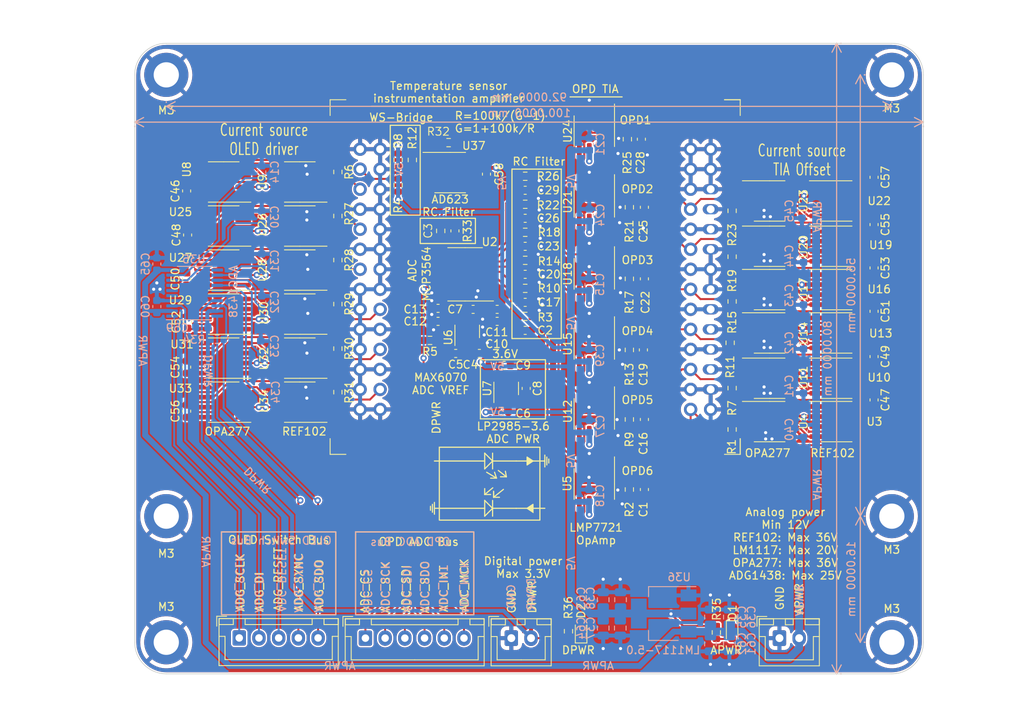
<source format=kicad_pcb>
(kicad_pcb (version 20211014) (generator pcbnew)
  (layers (0 "F.Cu" signal) (31 "B.Cu" signal) (34 "B.Paste" user) (35 "F.Paste" user) (36 "B.SilkS" user "B.Silkscreen") (37 "F.SilkS" user "F.Silkscreen") (38 "B.Mask" user) (39 "F.Mask" user) (44 "Edge.Cuts" user))
  (net 0 "")
  (net 1 "ADC_CH0")
  (net 2 "Net-(R1-Pad2)")
  (net 3 "+5V")
  (net 4 "Net-(C5-Pad1)")
  (net 5 "Net-(C8-Pad1)")
  (net 6 "ADC_AVDD")
  (net 7 "VL")
  (net 8 "/OLED_driver0/V12")
  (net 9 "ADC_CH1")
  (net 10 "ADC_CH2")
  (net 13 "Net-(U3-Pad4)")
  (net 16 "Net-(C46-Pad1)")
  (net 18 "Net-(C47-Pad2)")
  (net 21 "/OPD2-")
  (net 22 "/Temp+")
  (net 23 "GND")
  (net 24 "ADC_CH3")
  (net 25 "/OPD1-")
  (net 26 "/OPD3-")
  (net 27 "/OPD4-")
  (net 28 "/OPD5-")
  (net 29 "/OPD6-")
  (net 30 "ADC_CH4")
  (net 31 "/OLED1+")
  (net 32 "/OLED2+")
  (net 33 "/OLED3+")
  (net 34 "/OLED4+")
  (net 35 "/OLED5+")
  (net 36 "/OLED6+")
  (net 37 "ADC_CH5")
  (net 39 "/OLED_driver1/V12")
  (net 40 "/OLED_driver2/V12")
  (net 41 "/OLED_driver3/V12")
  (net 42 "/OLED_driver4/V12")
  (net 43 "/OLED_driver5/V12")
  (net 44 "BATT_12V")
  (net 45 "ADC_CS")
  (net 46 "ADC_SCK")
  (net 47 "ADC_SDI")
  (net 48 "ADC_SDO")
  (net 49 "ADC_INT")
  (net 50 "ADC_MCK")
  (net 51 "Net-(R6-Pad1)")
  (net 52 "Net-(R7-Pad2)")
  (net 53 "Net-(R11-Pad2)")
  (net 54 "Net-(R15-Pad2)")
  (net 55 "Net-(R19-Pad2)")
  (net 56 "Net-(R23-Pad2)")
  (net 57 "Net-(R27-Pad1)")
  (net 58 "Net-(R28-Pad1)")
  (net 59 "Net-(R29-Pad1)")
  (net 60 "Net-(R30-Pad1)")
  (net 61 "Net-(R31-Pad1)")
  (net 62 "ADC_CH6")
  (net 65 "Net-(U8-Pad4)")
  (net 68 "Net-(C48-Pad1)")
  (net 74 "Net-(U10-Pad4)")
  (net 77 "Net-(C49-Pad2)")
  (net 79 "Net-(C50-Pad1)")
  (net 84 "Net-(U13-Pad4)")
  (net 87 "Net-(C51-Pad2)")
  (net 89 "Net-(C52-Pad1)")
  (net 94 "Net-(U16-Pad4)")
  (net 102 "Net-(U19-Pad4)")
  (net 110 "Net-(U22-Pad4)")
  (net 118 "Net-(U25-Pad4)")
  (net 121 "Net-(C53-Pad2)")
  (net 127 "Net-(U27-Pad4)")
  (net 130 "Net-(C54-Pad1)")
  (net 136 "Net-(U29-Pad4)")
  (net 139 "Net-(C55-Pad2)")
  (net 145 "Net-(U31-Pad4)")
  (net 148 "Net-(C56-Pad1)")
  (net 154 "Net-(U33-Pad4)")
  (net 157 "Net-(C57-Pad2)")
  (net 161 "Net-(R12-Pad1)")
  (net 166 "ADG_SDO")
  (net 167 "ADG_SCLK")
  (net 168 "ADG_DI")
  (net 175 "/amp0/AMPO")
  (net 176 "/amp1/AMPO")
  (net 177 "/amp2/AMPO")
  (net 178 "/amp3/AMPO")
  (net 179 "/amp4/AMPO")
  (net 180 "/amp5/AMPO")
  (net 181 "/ADC_REFIN+")
  (net 182 "ADG_RESET")
  (net 183 "ADG_SYNC")
  (net 184 "Net-(D1-Pad2)")
  (net 185 "Net-(D2-Pad2)")
  (net 186 "Net-(R32-Pad1)")
  (net 187 "Net-(R32-Pad2)")
  (net 188 "Net-(R33-Pad2)")
  (footprint "Package_SO:SOIC-8_3.9x4.9mm_P1.27mm" (layer "F.Cu") (at 110 36.4)
    (fp_text reference "U37")
    (fp_text value "AD623ARZ")
  )
  (footprint "Resistor_SMD:R_0603_1608Metric" (layer "F.Cu") (at 103.4 38 90)
    (fp_text reference "R4")
    (fp_text value "R")
  )
  (footprint "Capacitor_SMD:C_0603_1608Metric" (layer "F.Cu") (at 119.512 42.2 180)
    (fp_text reference "C26")
    (fp_text value "C")
  )
  (footprint "Resistor_SMD:R_0603_1608Metric" (layer "F.Cu") (at 119.512 40.422)
    (fp_text reference "R22")
    (fp_text value "R")
  )
  (footprint "Package_SO:TSSOP-20_4.4x6.5mm_P0.65mm" (layer "F.Cu") (at 111.892 49.312 180)
    (fp_text reference "U2")
    (fp_text value "MCP3564-E/ST")
  )
  (footprint "Package_SO:SOIC-8_3.9x4.9mm_P1.27mm" (layer "F.Cu") (at 159 45.75)
    (fp_text reference "U19")
    (fp_text value "REF102CU")
  )
  (footprint "Resistor_SMD:R_0603_1608Metric" (layer "F.Cu") (at 109.8 32.6 180)
    (fp_text reference "R32")
    (fp_text value "R")
  )
  (footprint "Resistor_SMD:R_0603_1608Metric" (layer "F.Cu") (at 145.75 63.75 -90)
    (fp_text reference "R7")
    (fp_text value "R")
  )
  (footprint "Capacitor_SMD:C_0603_1608Metric" (layer "F.Cu") (at 134.625 67.727 90)
    (fp_text reference "C16")
    (fp_text value "C")
  )
  (footprint "Package_SO:SOIC-8_3.9x4.9mm_P1.27mm" (layer "F.Cu") (at 150.5 62.5)
    (fp_text reference "U11")
    (fp_text value "OPA277UA")
  )
  (footprint "Capacitor_SMD:C_0603_1608Metric" (layer "F.Cu") (at 134.625 76.617 90)
    (fp_text reference "C1")
    (fp_text value "C")
  )
  (footprint "Capacitor_SMD:C_0603_1608Metric" (layer "F.Cu") (at 163.75 59.75 -90)
    (fp_text reference "C49")
    (fp_text value "C")
  )
  (footprint "Capacitor_SMD:C_0603_1608Metric" (layer "F.Cu") (at 116.845 60.869)
    (fp_text reference "C9")
    (fp_text value "2.2uF")
  )
  (footprint "Resistor_SMD:R_0603_1608Metric" (layer "F.Cu") (at 145.5 58 -90)
    (fp_text reference "R11")
    (fp_text value "R")
  )
  (footprint "Capacitor_SMD:C_0603_1608Metric" (layer "F.Cu") (at 119.639 63.79 -90)
    (fp_text reference "C8")
    (fp_text value "10nF")
  )
  (footprint "Resistor_SMD:R_0603_1608Metric" (layer "F.Cu") (at 119.512 36.866)
    (fp_text reference "R26")
    (fp_text value "R")
  )
  (footprint "Resistor_SMD:R_0603_1608Metric" (layer "F.Cu") (at 125 94.6 90)
    (fp_text reference "R36")
    (fp_text value "R")
  )
  (footprint "MountingHole:MountingHole_3.2mm_M3_DIN965_Pad" (layer "F.Cu") (at 166 80)
    (fp_text reference "H6" hide)
    (fp_text value "MountingHole_Pad")
  )
  (footprint "Capacitor_SMD:C_0603_1608Metric" (layer "F.Cu") (at 119.512 52.868 180)
    (fp_text reference "C17")
    (fp_text value "C")
  )
  (footprint "Package_SO:SOIC-8_3.9x4.9mm_P1.27mm" (layer "F.Cu") (at 81.28 43.18 180)
    (fp_text reference "U25")
    (fp_text value "REF102BU")
  )
  (footprint "MountingHole:MountingHole_3.2mm_M3_DIN965_Pad" (layer "F.Cu") (at 74 24)
    (fp_text reference "H4" hide)
    (fp_text value "MountingHole_Pad")
  )
  (footprint "Resistor_SMD:R_0603_1608Metric" (layer "F.Cu") (at 145.75 47.075 -90)
    (fp_text reference "R19")
    (fp_text value "R")
  )
  (footprint "Connector_JST:JST_XH_B2B-XH-A_1x02_P2.50mm_Vertical" (layer "F.Cu") (at 117.75 95.475)
    (fp_text reference "J3" hide)
    (fp_text value "Conn_01x02_Male")
  )
  (footprint "Package_SO:SOIC-8_3.9x4.9mm_P1.27mm" (layer "F.Cu") (at 90.932 37.592 180)
    (fp_text reference "U9")
    (fp_text value "OPA277UA")
  )
  (footprint "MountingHole:MountingHole_3.2mm_M3_DIN965_Pad" (layer "F.Cu") (at 166 96)
    (fp_text reference "H1" hide)
    (fp_text value "MountingHole_Pad")
  )
  (footprint "Capacitor_SMD:C_0603_1608Metric" (layer "F.Cu") (at 119.512 45.756 180)
    (fp_text reference "C23")
    (fp_text value "C")
  )
  (footprint "Package_SO:SOIC-8_3.9x4.9mm_P1.27mm" (layer "F.Cu") (at 159 40)
    (fp_text reference "U22")
    (fp_text value "REF102CU")
  )
  (footprint "Capacitor_SMD:C_0603_1608Metric" (layer "F.Cu") (at 76.708 44.323 90)
    (fp_text reference "C48")
    (fp_text value "C")
  )
  (footprint "Capacitor_SMD:C_0603_1608Metric" (layer "F.Cu") (at 119.512 38.644 180)
    (fp_text reference "C29")
    (fp_text value "C")
  )
  (footprint "Capacitor_SMD:C_0603_1608Metric" (layer "F.Cu") (at 110.6 43.8 90)
    (fp_text reference "C3")
    (fp_text value "C")
  )
  (footprint "Capacitor_SMD:C_0603_1608Metric" (layer "F.Cu") (at 76.581 38.735 90)
    (fp_text reference "C46")
    (fp_text value "C")
  )
  (footprint "Capacitor_SMD:C_0603_1608Metric" (layer "F.Cu") (at 112.908 53.757)
    (fp_text reference "C7")
    (fp_text value "0.1µF")
  )
  (footprint "Package_TO_SOT_SMD:SOT-23-5" (layer "F.Cu") (at 117.099 63.79 90)
    (fp_text reference "U7")
    (fp_text value "LP2985-3.3")
  )
  (footprint "Resistor_SMD:R_0603_1608Metric" (layer "F.Cu") (at 105.2 34.8 90)
    (fp_text reference "R12")
    (fp_text value "R")
  )
  (footprint "Package_SO:SOIC-8_3.9x4.9mm_P1.27mm" (layer "F.Cu") (at 90.932 48.768 180)
    (fp_text reference "U28")
    (fp_text value "OPA277UA")
  )
  (footprint "Capacitor_SMD:C_0603_1608Metric" (layer "F.Cu") (at 108.463 55.281 180)
    (fp_text reference "C12")
    (fp_text value "0.1µF")
  )
  (footprint "Connector_JST:JST_XH_B2B-XH-A_1x02_P2.50mm_Vertical" (layer "F.Cu") (at 151.75 95.475)
    (fp_text reference "J1" hide)
    (fp_text value "Conn_01x02_Male")
  )
  (footprint "Resistor_SMD:R_0603_1608Metric" (layer "F.Cu") (at 132.72 40.803 90)
    (fp_text reference "R21")
    (fp_text value "R")
  )
  (footprint "Package_SO:SOIC-8_3.9x4.9mm_P1.27mm" (layer "F.Cu") (at 150.5 40)
    (fp_text reference "U23")
    (fp_text value "OPA277UA")
  )
  (footprint "Package_SO:SOIC-8_3.9x4.9mm_P1.27mm" (layer "F.Cu") (at 90.932 43.18 180)
    (fp_text reference "U26")
    (fp_text value "OPA277UA")
  )
  (footprint "Capacitor_SMD:C_0603_1608Metric" (layer "F.Cu") (at 114.6 36.6 -90)
    (fp_text reference "C58")
    (fp_text value "C")
  )
  (footprint "Capacitor_SMD:C_0603_1608Metric" (layer "F.Cu") (at 134.625 40.803 90)
    (fp_text reference "C25")
    (fp_text value "C")
  )
  (footprint "Resistor_SMD:R_0603_1608Metric" (layer "F.Cu") (at 95.758 47.498 -90)
    (fp_text reference "R28")
    (fp_text value "R")
  )
  (footprint "Resistor_SMD:R_0603_1608Metric" (layer "F.Cu") (at 119.512 54.646)
    (fp_text reference "R3")
    (fp_text value "R")
  )
  (footprint "Package_SO:SOIC-8_3.9x4.9mm_P1.27mm" (layer "F.Cu") (at 128.275 31.151 -90)
    (fp_text reference "U24")
    (fp_text value "LMP7721MA")
  )
  (footprint "Resistor_SMD:R_0603_1608Metric" (layer "F.Cu") (at 132.72 76.617 90)
    (fp_text reference "R2")
    (fp_text value "R")
  )
  (footprint "Resistor_SMD:R_0603_1608Metric" (layer "F.Cu") (at 145.75 69 -90)
    (fp_text reference "R1")
    (fp_text value "R")
  )
  (footprint "Package_SO:SOIC-8_3.9x4.9mm_P1.27mm" (layer "F.Cu") (at 159 56.75)
    (fp_text reference "U13")
    (fp_text value "REF102CU")
  )
  (footprint "Package_SO:SOIC-8_3.9x4.9mm_P1.27mm" (layer "F.Cu") (at 90.932 59.944 180)
    (fp_text reference "U32")
    (fp_text value "OPA277UA")
  )
  (footprint "Resistor_SMD:R_0603_1608Metric" (layer "F.Cu") (at 119.512 47.534)
    (fp_text reference "R14")
    (fp_text value "R")
  )
  (footprint "Package_SO:SOIC-8_3.9x4.9mm_P1.27mm" (layer "F.Cu") (at 81.28 54.356 180)
    (fp_text reference "U29")
    (fp_text value "REF102BU")
  )
  (footprint "Resistor_SMD:R_0603_1608Metric" (layer "F.Cu") (at 108.8 43.8 90)
    (fp_text reference "R33")
    (fp_text value "R")
  )
  (footprint "Capacitor_SMD:C_0603_1608Metric" (layer "F.Cu") (at 163.75 54 -90)
    (fp_text reference "C51")
    (fp_text value "C")
  )
  (footprint "Capacitor_SMD:C_0603_1608Metric" (layer "F.Cu") (at 76.708 55.372 90)
    (fp_text reference "C52")
    (fp_text value "C")
  )
  (footprint "h-ALO:h-ALO-sensor" (layer "F.Cu") (at 121.027 49.407)
    (fp_text reference "U1" hide)
    (fp_text value "h-ALO-sensor")
  )
  (footprint "Capacitor_SMD:C_0603_1608Metric" (layer "F.Cu") (at 134.625 49.885 90)
    (fp_text reference "C22")
    (fp_text value "C")
  )
  (footprint "Resistor_SMD:R_0603_1608Metric" (layer "F.Cu") (at 95.758 41.91 -90)
    (fp_text reference "R27")
    (fp_text value "R")
  )
  (footprint "Connector_JST:JST_XH_B5B-XH-A_1x05_P2.50mm_Vertical" (layer "F.Cu") (at 83.25 95.45)
    (fp_text reference "J4" hide)
    (fp_text value "Conn_01x05_Male")
  )
  (footprint "Package_SO:SOIC-8_3.9x4.9mm_P1.27mm" (layer "F.Cu") (at 81.28 59.944 180)
    (fp_text reference "U31")
    (fp_text value "REF102BU")
  )
  (footprint "MountingHole:MountingHole_3.2mm_M3_DIN965_Pad" (layer "F.Cu") (at 166 24)
    (fp_text reference "H2" hide)
    (fp_text value "MountingHole_Pad")
  )
  (footprint "Package_SO:SOIC-8_3.9x4.9mm_P1.27mm" (layer "F.Cu") (at 159 51.25)
    (fp_text reference "U16")
    (fp_text value "REF102CU")
  )
  (footprint "Package_SO:SOIC-8_3.9x4.9mm_P1.27mm" (layer "F.Cu") (at 128.275 40.106 -90)
    (fp_text reference "U21")
    (fp_text value "LMP7721MA")
  )
  (footprint "Package_SO:SOIC-8_3.9x4.9mm_P1.27mm" (layer "F.Cu") (at 128.275 49.25 -90)
    (fp_text reference "U18")
    (fp_text value "LMP7721MA")
  )
  (footprint "Package_SO:SOIC-8_3.9x4.9mm_P1.27mm" (layer "F.Cu") (at 81.28 48.768 180)
    (fp_text reference "U27")
    (fp_text value "REF102BU")
  )
  (footprint "Capacitor_SMD:C_0603_1608Metric" (layer "F.Cu") (at 134.498 58.902 90)
    (fp_text reference "C19")
    (fp_text value "C")
  )
  (footprint "Capacitor_SMD:C_0603_1608Metric" (layer "F.Cu") (at 163.75 43 -90)
    (fp_text reference "C55")
    (fp_text value "C")
  )
  (footprint "Capacitor_SMD:C_0603_1608Metric" (layer "F.Cu") (at 163.75 48.5 -90)
    (fp_text reference "C53")
    (fp_text value "C")
  )
  (footprint "Package_SO:SOIC-8_3.9x4.9mm_P1.27mm" (layer "F.Cu") (at 128.275 67.03 -90)
    (fp_text reference "U12")
    (fp_text value "LMP7721MA")
  )
  (footprint "Resistor_SMD:R_0603_1608Metric" (layer "F.Cu") (at 95.758 36.322 -90)
    (fp_text reference "R6")
    (fp_text value "R")
  )
  (footprint "Package_TO_SOT_SMD:SOT-23-6" (layer "F.Cu") (at 112.159 56.551 90)
    (fp_text reference "U6")
    (fp_text value "MAX6070AAUT12+T")
  )
  (footprint "LED_SMD:LED_0603_1608Metric" (layer "F.Cu") (at 145.75 94.75 -90)
    (fp_text reference "D1")
    (fp_text value "LED")
  )
  (footprint "Capacitor_SMD:C_0603_1608Metric" (layer "F.Cu") (at 134.244 32.167 90)
    (fp_text reference "C28")
    (fp_text value "C")
  )
  (footprint "Resistor_SMD:R_0603_1608Metric" (layer "F.Cu") (at 103.4 34.8 -90)
    (fp_text reference "R8")
    (fp_text value "R")
  )
  (footprint "Capacitor_SMD:C_0603_1608Metric" (layer "F.Cu") (at 115.956 55.281 180)
    (fp_text reference "C10")
    (fp_text value "0.1µF")
  )
  (footprint "Resistor_SMD:R_0603_1608Metric" (layer "F.Cu") (at 132.72 49.885 90)
    (fp_text reference "R17")
    (fp_text value "R")
  )
  (footprint "Capacitor_SMD:C_0603_1608Metric" (layer "F.Cu") (at 110.7 59.35)
    (fp_text reference "C5")
    (fp_text value "0.1µF")
  )
  (footprint "Capacitor_SMD:C_0603_1608Metric" (layer "F.Cu") (at 163.75 37 -90)
    (fp_text reference "C57")
    (fp_text value "C")
  )
  (footprint "MountingHole:MountingHole_3.2mm_M3_DIN965_Pad" (layer "F.Cu") (at 74 96)
    (fp_text reference "H3" hide)
    (fp_text value "MountingHole_Pad")
  )
  (footprint "Resistor_SMD:R_0603_1608Metric" (layer "F.Cu") (at 95.758 58.737 -90)
    (fp_text reference "R30")
    (fp_text value "R")
  )
  (footprint "Package_SO:SOIC-8_3.9x4.9mm_P1.27mm" (layer "F.Cu") (at 128.275 58.14 -90)
    (fp_text reference "U15")
    (fp_text value "LMP7721MA")
  )
  (footprint "Package_SO:SOIC-8_3.9x4.9mm_P1.27mm" (layer "F.Cu") (at 159 62.5)
    (fp_text reference "U10")
    (fp_text value "REF102CU")
  )
  (footprint "Resistor_SMD:R_0603_1608Metric" (layer "F.Cu") (at 95.758 64.262 -90)
    (fp_text reference "R31")
    (fp_text value "R")
  )
  (footprint "Package_SO:SOIC-8_3.9x4.9mm_P1.27mm" (layer "F.Cu") (at 150.5 51.25)
    (fp_text reference "U17")
    (fp_text value "OPA277UA")
  )
  (footprint "Capacitor_SMD:C_0603_1608Metric" (layer "F.Cu") (at 119.512 56.424 180)
    (fp_text reference "C2")
    (fp_text value "C")
  )
  (footprint "LED_SMD:LED_0603_1608Metric" (layer "F.Cu") (at 126.6 94.6 90)
    (fp_text reference "D2")
    (fp_text value "LED")
  )
  (footprint "Resistor_SMD:R_0603_1608Metric" (layer "F.Cu") (at 132.466 32.167 90)
    (fp_text reference "R25")
    (fp_text value "R")
  )
  (footprint "Resistor_SMD:R_0603_1608Metric" (layer "F.Cu") (at 107.447 57.694 180)
    (fp_text reference "R5")
    (fp_text value "10k")
  )
  (footprint "Capacitor_SMD:C_0603_1608Metric" (layer "F.Cu") (at 113.7 59.35 180)
    (fp_text reference "C4")
    (fp_text value "0.1µF")
  )
  (footprint "Package_SO:SOIC-8_3.9x4.9mm_P1.27mm" (layer "F.Cu") (at 128.275 75.92 -90)
    (fp_text reference "U5")
    (fp_text value "LMP7721MA")
  )
  (footprint "MountingHole:MountingHole_3.2mm_M3_DIN965_Pad" (layer "F.Cu") (at 74 80)
    (fp_text reference "H5" hide)
    (fp_text value "MountingHole_Pad")
  )
  (footprint "Resistor_SMD:R_0603_1608Metric" (layer "F.Cu") (at 145.75 41.25 -90)
    (fp_text reference "R23")
    (fp_text value "R")
  )
  (footprint "Package_SO:SOIC-8_3.9x4.9mm_P1.27mm" (layer "F.Cu") (at 159 68)
    (fp_text reference "U3")
    (fp_text value "REF102CU")
  )
  (footprint "Capacitor_SMD:C_0603_1608Metric" (layer "F.Cu") (at 163.75 65.25 -90)
    (fp_text reference "C47")
    (fp_text value "C")
  )
  (footprint "Package_SO:SOIC-8_3.9x4.9mm_P1.27mm" (layer "F.Cu") (at 150.5 56.75)
    (fp_text reference "U14")
    (fp_text value "OPA277UA")
  )
  (footprint "Capacitor_SMD:C_0603_1608Metric" (layer "F.Cu") (at 76.581 61.087 90)
    (fp_text reference "C54")
    (fp_text value "C")
  )
  (footprint "Capacitor_SMD:C_0603_1608Metric" (layer "F.Cu") (at 108.463 53.63 180)
    (fp_text reference "C13")
    (fp_text value "0.1µF")
  )
  (footprint "Resistor_SMD:R_0603_1608Metric" (layer "F.Cu") (at 132.72 67.727 90)
    (fp_text reference "R9")
    (fp_text value "R")
  )
  (footprint "Capacitor_SMD:C_0603_1608Metric" (layer "F.Cu") (at 115.956 53.757 180)
    (fp_text reference "C11")
    (fp_text value "0.1µF")
  )
  (footprint "Package_SO:SOIC-8_3.9x4.9mm_P1.27mm" (layer "F.Cu") (at 150.5 45.75)
    (fp_text reference "U20")
    (fp_text value "OPA277UA")
  )
  (footprint "Resistor_SMD:R_0603_1608Metric" (layer "F.Cu") (at 132.72 58.902 90)
    (fp_text reference "R13")
    (fp_text value "R")
  )
  (footprint "Resistor_SMD:R_0603_1608Metric" (layer "F.Cu") (at 145.75 52.75 -90)
    (fp_text reference "R15")
    (fp_text value "R")
  )
  (footprint "Package_SO:SOIC-8_3.9x4.9mm_P1.27mm" (layer "F.Cu") (at 81.28 65.532 180)
    (fp_text reference "U33")
    (fp_text value "REF102BU")
  )
  (footprint "Resistor_SMD:R_0603_1608Metric" (layer "F.Cu") (at 119.512 43.978)
    (fp_text reference "R18")
    (fp_text value "R")
  )
  (footprint "Resistor_SMD:R_0603_1608Metric" (layer "F.Cu") (at 119.512 51.09)
    (fp_text reference "R10")
    (fp_text value "R")
  )
  (footprint "Capacitor_SMD:C_0603_1608Metric" (layer "F.Cu") (at 116.591 66.711)
    (fp_text reference "C6")
    (fp_text value "1uF")
  )
  (footprint "Package_SO:SOIC-8_3.9x4.9mm_P1.27mm" (layer "F.Cu") (at 81.28 37.592 180)
    (fp_text reference "U8")
    (fp_text value "REF102BU")
  )
  (footprint "Capacitor_SMD:C_0603_1608Metric" (layer "F.Cu") (at 76.581 66.675 90)
    (fp_text reference "C56")
    (fp_text value "C")
  )
  (footprint "Package_SO:SOIC-8_3.9x4.9mm_P1.27mm" (layer "F.Cu") (at 90.932 65.532 180)
    (fp_text reference "U34")
    (fp_text value "OPA277UA")
  )
  (footprint "Resistor_SMD:R_0603_1608Metric" (layer "F.Cu") (at 143.75 94.75 -90)
    (fp_text reference "R35")
    (fp_text value "R")
  )
  (footprint "Resistor_SMD:R_0603_1608Metric" (layer "F.Cu") (at 95.758 53.086 -90)
    (fp_text reference "R29")
    (fp_text value "R")
  )
  (footprint "Capacitor_SMD:C_0603_1608Metric" (layer "F.Cu") (at 119.512 49.312 180)
    (fp_text reference "C20")
    (fp_text value "C")
  )
  (footprint "Package_SO:SOIC-8_3.9x4.9mm_P1.27mm" (layer "F.Cu") (at 90.932 54.356 180)
    (fp_text reference "U30")
    (fp_text value "OPA277UA")
  )
  (footprint "Package_SO:SOIC-8_3.9x4.9mm_P1.27mm" (layer "F.Cu") (at 150.5 68)
    (fp_text reference "U4")
    (fp_text value "OPA277UA")
  )
  (footprint "Connector_JST:JST_XH_B6B-XH-A_1x06_P2.50mm_Vertical" (layer "F.Cu") (at 99.25 95.475)
    (fp_text reference "J2" hide)
    (fp_text value "Conn_01x06_Male")
  )
  (footprint "Capacitor_SMD:C_0603_1608Metric" (layer "F.Cu") (at 76.581 49.911 90)
    (fp_text reference "C50")
    (fp_text value "C")
  )
  (footprint "Capacitor_SMD:C_0805_2012Metric" (layer "B.Cu") (at 131.567 94.2 -90)
    (fp_text reference "C37")
    (fp_text value "1uF")
  )
  (footprint "Capacitor_SMD:C_0805_2012Metric" (layer "B.Cu") (at 145.4 96.2 -90)
    (fp_text reference "C61")
    (fp_text value "1uF")
  )
  (footprint "Capacitor_SMD:C_0805_2012Metric" (layer "B.Cu") (at 143 96.2 -90)
    (fp_text reference "C62")
    (fp_text value "1uF")
  )
  (footprint "Capacitor_SMD:C_0603_1608Metric" (layer "B.Cu") (at 127.6 50.6 -90)
    (fp_text reference "C15")
    (fp_text value "C")
  )
  (footprint "Capacitor_SMD:C_0603_1608Metric" (layer "B.Cu") (at 86.106 42.037 90)
    (fp_text reference "C30")
    (fp_text value "C")
  )
  (footprint "Capacitor_SMD:C_0603_1608Metric" (layer "B.Cu") (at 127.6 59.6 -90)
    (fp_text reference "C39")
    (fp_text value "C")
  )
  (footprint "Capacitor_SMD:C_0603_1608Metric" (layer "B.Cu") (at 154.8 52.4 90)
    (fp_text reference "C43")
    (fp_text value "C")
  )
  (footprint "Capacitor_SMD:C_0603_1608Metric" (layer "B.Cu") (at 72.8 53.4 -90)
    (fp_text reference "C60")
    (fp_text value "0.1µF")
  )
  (footprint "Package_TO_SOT_SMD:SOT-223-3_TabPin2" (layer "B.Cu") (at 137.067 92.352 180)
    (fp_text reference "U36")
    (fp_text value "LM1117-5.0")
  )
  (footprint "Capacitor_SMD:C_0805_2012Metric" (layer "B.Cu") (at 129.4 94.2 -90)
    (fp_text reference "C64")
    (fp_text value "1uF")
  )
  (footprint "Capacitor_SMD:C_0603_1608Metric" (layer "B.Cu") (at 127.64 68.6 -90)
    (fp_text reference "C27")
    (fp_text value "C")
  )
  (footprint "Capacitor_SMD:C_0603_1608Metric" (layer "B.Cu") (at 86.233 64.262 90)
    (fp_text reference "C34")
    (fp_text value "C")
  )
  (footprint "Capacitor_SMD:C_0603_1608Metric" (layer "B.Cu") (at 72.8 48 -90)
    (fp_text reference "C65")
    (fp_text value "0.1µF")
  )
  (footprint "Capacitor_SMD:C_0603_1608Metric" (layer "B.Cu") (at 78.5 56)
    (fp_text reference "C59")
    (fp_text value "0.1µF")
  )
  (footprint "Capacitor_SMD:C_0603_1608Metric" (layer "B.Cu") (at 86.106 52.832 90)
    (fp_text reference "C32")
    (fp_text value "C")
  )
  (footprint "Capacitor_SMD:C_0805_2012Metric" (layer "B.Cu") (at 143 92.8 90)
    (fp_text reference "C35")
    (fp_text value "1uF")
  )
  (footprint "Capacitor_SMD:C_0603_1608Metric" (layer "B.Cu") (at 154.6 41.4 90)
    (fp_text reference "C45")
    (fp_text value "C")
  )
  (footprint "Capacitor_SMD:C_0805_2012Metric" (layer "B.Cu") (at 129.4 90.6 90)
    (fp_text reference "C63")
    (fp_text value "1uF")
  )
  (footprint "Capacitor_SMD:C_0603_1608Metric" (layer "B.Cu") (at 86.106 47.498 90)
    (fp_text reference "C31")
    (fp_text value "C")
  )
  (footprint "Package_SO:TSSOP-20_4.4x6.5mm_P0.65mm" (layer "B.Cu") (at 77.597 51.689)
    (fp_text reference "U35")
    (fp_text value "ADG1438BRUZ")
  )
  (footprint "Capacitor_SMD:C_0603_1608Metric" (layer "B.Cu") (at 154.8 58 90)
    (fp_text reference "C42")
    (fp_text value "C")
  )
  (footprint "Capacitor_SMD:C_0603_1608Metric" (layer "B.Cu") (at 154.8 47 90)
    (fp_text reference "C44")
    (fp_text value "C")
  )
  (footprint "Capacitor_SMD:C_0603_1608Metric" (layer "B.Cu") (at 127.64 41.8 -90)
    (fp_text reference "C24")
    (fp_text value "C")
  )
  (footprint "Resistor_SMD:R_0603_1608Metric" (layer "B.Cu") (at 80.45 57.55)
    (fp_text reference "R34")
    (fp_text value "R")
  )
  (footprint "Capacitor_SMD:C_0603_1608Metric" (layer "B.Cu") (at 154.8 63.6 90)
    (fp_text reference "C41")
    (fp_text value "C")
  )
  (footprint "Capacitor_SMD:C_0805_2012Metric" (layer "B.Cu") (at 145.4 92.8 90)
    (fp_text reference "C36")
    (fp_text value "1uF")
  )
  (footprint "Capacitor_SMD:C_0603_1608Metric" (layer "B.Cu") (at 86.106 36.322 90)
    (fp_text reference "C14")
    (fp_text value "C")
  )
  (footprint "Capacitor_SMD:C_0603_1608Metric" (layer "B.Cu") (at 127.6 77.4 -90)
    (fp_text reference "C18")
    (fp_text value "C")
  )
  (footprint "Capacitor_SMD:C_0603_1608Metric" (layer "B.Cu") (at 127.64 32.8 -90)
    (fp_text reference "C21")
    (fp_text value "C")
  )
  (footprint "Capacitor_SMD:C_0603_1608Metric" (layer "B.Cu") (at 154.8 69.2 90)
    (fp_text reference "C40")
    (fp_text value "C")
  )
  (footprint "Capacitor_SMD:C_0603_1608Metric" (layer "B.Cu") (at 85.979 58.547 90)
    (fp_text reference "C33")
    (fp_text value "C")
  )
  (footprint "Capacitor_SMD:C_0805_2012Metric" (layer "B.Cu") (at 131.6 90.6 90)
    (fp_text reference "C38")
    (fp_text value "1uF")
  )
  (gr_rect (start 81 82) (end 95.5 92.5) (layer "B.SilkS") (width 0.15) (fill none))
  (gr_rect (start 98 82) (end 113 92.5) (layer "B.SilkS") (width 0.15) (fill none))
  (gr_line (start 113.83 67.65) (end 113.83 60.15) (layer "F.SilkS") (width 0.15))
  (gr_line (start 116.1 74.2) (end 117.125 75) (layer "F.SilkS") (width 0.15))
  (gr_rect (start 108.625 71.25) (end 121.375 80.5) (layer "F.SilkS") (width 0.15) (fill none))
  (gr_poly (pts (xy 119.75 72.5) (xy 120.5 73) (xy 119.75 73.5)) (layer "F.SilkS") (width 0.15) (fill solid))
  (gr_line (start 118.375 79) (end 122 79) (layer "F.SilkS") (width 0.15))
  (gr_line (start 107.5 78.75) (end 107.5 79.25) (layer "F.SilkS") (width 0.15))
  (gr_line (start 122.08 67.65) (end 113.83 67.65) (layer "F.SilkS") (width 0.15))
  (gr_rect (start 113.2 42.2) (end 106.2 45.4) (layer "F.SilkS") (width 0.15) (fill none))
  (gr_line (start 117 74.3) (end 117.125 75) (layer "F.SilkS") (width 0.15))
  (gr_line (start 114.375 74) (end 115.375 73) (layer "F.SilkS") (width 0.15))
  (gr_line (start 100 28) (end 119.4 28) (layer "F.SilkS") (width 0.15))
  (gr_line (start 116.75 76.6) (end 115.5 77.6) (layer "F.SilkS") (width 0.15))
  (gr_line (start 124.085 35.96) (end 117.835 35.96) (layer "F.SilkS") (width 0.15))
  (gr_line (start 114.625 74.425) (end 115.875 75.175) (layer "F.SilkS") (width 0.15))
  (gr_line (start 114.375 80) (end 114.375 78) (layer "F.SilkS") (width 0.15))
  (gr_line (start 115.375 72) (end 115.375 74) (layer "F.SilkS") (width 0.15))
  (gr_line (start 115.125 75.175) (end 115.875 75.175) (layer "F.SilkS") (width 0.15))
  (gr_line (start 114.375 80) (end 115.375 79) (layer "F.SilkS") (width 0.15))
  (gr_line (start 115.4 76.4) (end 114.375 77.25) (layer "F.SilkS") (width 0.15))
  (gr_line (start 116.25 77.6) (end 115.5 77.6) (layer "F.SilkS") (width 0.15))
  (gr_line (start 107.75 78.5) (end 107.75 79.5) (layer "F.SilkS") (width 0.15))
  (gr_line (start 122.25 72.5) (end 122.25 73.5) (layer "F.SilkS") (width 0.15))
  (gr_line (start 122.08 60.15) (end 122.08 67.65) (layer "F.SilkS") (width 0.15))
  (gr_line (start 122.5 72.75) (end 122.5 73.25) (layer "F.SilkS") (width 0.15))
  (gr_line (start 118.375 73) (end 122 73) (layer "F.SilkS") (width 0.15))
  (gr_rect (start 106.2 30.4) (end 102.4 41.8) (layer "F.SilkS") (width 0.15) (fill none))
  (gr_line (start 124.085 57.46) (end 124.085 35.96) (layer "F.SilkS") (width 0.15))
  (gr_line (start 125.2 26.8) (end 131.8 26.8) (layer "F.SilkS") (width 0.15))
  (gr_line (start 108 79) (end 114.375 79) (layer "F.SilkS") (width 0.15))
  (gr_line (start 116.375 75) (end 117.125 75) (layer "F.SilkS") (width 0.15))
  (gr_line (start 114.375 77.25) (end 115.125 77.25) (layer "F.SilkS") (width 0.15))
  (gr_line (start 115.5 76.85) (end 115.5 77.6) (layer "F.SilkS") (width 0.15))
  (gr_line (start 115.375 78) (end 115.375 80) (layer "F.SilkS") (width 0.15))
  (gr_line (start 113.83 60.15) (end 122.08 60.15) (layer "F.SilkS") (width 0.15))
  (gr_line (start 115.375 73) (end 114.375 72) (layer "F.SilkS") (width 0.15))
  (gr_line (start 115.5 77.6) (end 115.5 76.85) (layer "F.SilkS") (width 0.15))
  (gr_line (start 108 73) (end 114.375 73) (layer "F.SilkS") (width 0.15))
  (gr_line (start 115.375 79) (end 114.375 78) (layer "F.SilkS") (width 0.15))
  (gr_line (start 122 72.25) (end 122 73.75) (layer "F.SilkS") (width 0.15))
  (gr_line (start 115.375 73) (end 118.375 73) (layer "F.SilkS") (width 0.15))
  (gr_poly (pts (xy 120.5 79.5) (xy 119.75 79) (xy 120.5 78.5)) (layer "F.SilkS") (width 0.15) (fill solid))
  (gr_line (start 115.375 79) (end 118.375 79) (layer "F.SilkS") (width 0.15))
  (gr_line (start 108 78.25) (end 108 79.75) (layer "F.SilkS") (width 0.15))
  (gr_line (start 117.835 57.46) (end 124.085 57.46) (layer "F.SilkS") (width 0.15))
  (gr_line (start 117.835 35.96) (end 117.835 57.46) (layer "F.SilkS") (width 0.15))
  (gr_line (start 115.875 75.175) (end 115.625 74.425) (layer "F.SilkS") (width 0.15))
  (gr_line (start 114.375 74) (end 114.375 72) (layer "F.SilkS") (width 0.15))
  (gr_line (start 114.375 76.5) (end 114.375 77.25) (layer "F.SilkS") (width 0.15))
  (gr_rect (start 81 82) (end 95.5 92.5) (layer "F.SilkS") (width 0.15) (fill none))
  (gr_rect (start 98 82) (end 113 92.5) (layer "F.SilkS") (width 0.15) (fill none))
  (gr_line (start 70 96) (end 70 24) (layer "Edge.Cuts") (width 0.1))
  (gr_line (start 166 100) (end 74 100) (layer "Edge.Cuts") (width 0.1))
  (gr_line (start 170 24) (end 170 96) (layer "Edge.Cuts") (width 0.1))
  (gr_arc (start 74 100) (mid 71.171573 98.828427) (end 70 96) (layer "Edge.Cuts") (width 0.1))
  (gr_line (start 74 20) (end 166 20) (layer "Edge.Cuts") (width 0.1))
  (gr_arc (start 166 20) (mid 168.828427 21.171573) (end 170 24) (layer "Edge.Cuts") (width 0.1))
  (gr_arc (start 170 96) (mid 168.828427 98.828427) (end 166 100) (layer "Edge.Cuts") (width 0.1))
  (gr_arc (start 70 24) (mid 71.171573 21.171573) (end 74 20) (layer "Edge.Cuts") (width 0.1))
  (gr_text "ADC_CS" (at 99.5 89.5 -90) (layer "B.SilkS") (effects (font (size 1 1)) (justify mirror)))
  (gr_text "ADC_INT" (at 109.093 89.154 -90) (layer "B.SilkS") (effects (font (size 1 1)) (justify mirror)))
  (gr_text "GND" (at 117.729 90.17 90) (layer "B.SilkS") (effects (font (size 1 1)) (justify mirror)))
  (gr_text "5V" (at 125.25 73 -90) (layer "B.SilkS") (effects (font (size 1 1)) (justify mirror)))
  (gr_text "DPWR" (at 79.375 61.595 90) (layer "B.SilkS") (effects (font (size 1 1)) (justify mirror)))
  (gr_text "APWR" (at 128.75 99) (layer "B.SilkS") (effects (font (size 1 1)) (justify mirror)))
  (gr_text "APWR" (at 154.240486 90.680122 -90) (layer "B.SilkS") (effects (font (size 1 1)) (justify mirror)))
  (gr_text "APWR" (at 71 59 -90) (layer "B.SilkS") (effects (font (size 1 1)) (justify mirror)))
  (gr_text "ADG_SCLK" (at 83.25 88.5 -90) (layer "B.SilkS") (effects (font (size 1 1)) (justify mirror)))
  (gr_text "OLED Switch Bus" (at 88.55 83.1) (layer "B.SilkS") (effects (font (size 1 1)) (justify mirror)))
  (gr_text "ADG_RESET" (at 88.6 88.1 -90) (layer "B.SilkS") (effects (font (size 1 1)) (justify mirror)))
  (gr_text "ADG1438" (at 82.5 51.5 90) (layer "B.SilkS") (effects (font (size 1 1)) (justify mirror)))
  (gr_text "5V" (at 125.25 55.5 -90) (layer "B.SilkS") (effects (font (size 1 1)) (justify mirror)))
  (gr_text "5V" (at 116 61) (layer "B.SilkS") (effects (font (size 1 1)) (justify mirror)))
  (gr_text "ADC_MCK" (at 111.75 89 -90) (layer "B.SilkS") (effects (font (size 1 1)) (justify mirror)))
  (gr_text "LM1117-5.0" (at 137 97) (layer "B.SilkS") (effects (font (size 1 1)) (justify mirror)))
  (gr_text "5V" (at 116 66.75) (layer "B.SilkS") (effects (font (size 1 1)) (justify mirror)))
  (gr_text "ADG_SDO" (at 93.25 88.9 -90) (layer "B.SilkS") (effects (font (size 1 1)) (justify mirror)))
  (gr_text "ADC_SCK" (at 101.75 89 -90) (layer "B.SilkS") (effects (font (size 1 1)) (justify mirror)))
  (gr_text "ADG_SYNC" (at 90.75 88.5 -90) (layer "B.SilkS") (effects (font (size 1 1)) (justify mirror)))
  (gr_text "5V" (at 103.5 36 90) (layer "B.SilkS") (effects (font (size 1 1)) (justify mirror)))
  (gr_text "5V" (at 125.25 37.5 -90) (layer "B.SilkS") (effects (font (size 1 1)) (justify mirror)))
  (gr_text "APWR" (at 79 84.5 -90) (layer "B.SilkS") (effects (font (size 1 1)) (justify mirror)))
  (gr_text "APWR" (at 96 99) (layer "B.SilkS") (effects (font (size 1 1)) (justify mirror)))
  (gr_text "ADC_SDI" (at 104.5 89.25 -90) (layer "B.SilkS") (effects (font (size 1 1)) (justify mirror)))
  (gr_text "ADG_DI" (at 85.75 89.7 -90) (layer "B.SilkS") (effects (font (size 1 1)) (justify mirror)))
  (gr_text "5V" (at 116.5 37.75 -90) (layer "B.SilkS") (effects (font (size 1 1)) (justify mirror)))
  (gr_text "DPWR" (at 85.598 75.438 135) (layer "B.SilkS") (effects (font (size 1 1)) (justify mirror)))
  (gr_text "APWR" (at 156.5 42 -90) (layer "B.SilkS") (effects (font (size 1 1)) (justify mirror)))
  (gr_text "OPD ADC Bus" (at 104.95 83.25) (layer "B.SilkS") (effects (font (size 1 1)) (justify mirror)))
  (gr_text "DPWR" (at 120.269 89.916 90) (layer "B.SilkS") (effects (font (size 1 1)) (justify mirror)))
  (gr_text "ADC_SDO" (at 106.75 89 -90) (layer "B.SilkS") (effects (font (size 1 1)) (justify mirror)))
  (gr_text "APWR" (at 156.5 76 -90) (layer "B.SilkS") (effects (font (size 1 1)) (justify mirror)))
  (gr_text "5V" (at 125.25 86 -90) (layer "B.SilkS") (effects (font (size 1 1)) (justify mirror)))
  (gr_text "M3" (at 166 84.25) (layer "F.SilkS") (effects (font (size 1 1))))
  (gr_text "WS-Bridge" (at 103.8 29.4) (layer "F.SilkS") (effects (font (size 1 1))))
  (gr_text "DPWR" (at 108.25 67.5 90) (layer "F.SilkS") (effects (font (size 1 1))))
  (gr_text "OPD3" (at 133.75 47.5) (layer "F.SilkS") (effects (font (size 1 1))))
  (gr_text "Digital power\nMax 3.3V" (at 119.25 86.5) (layer "F.SilkS") (effects (font (size 1 1))))
  (gr_text "MAX6070\nADC VREF" (at 108.8 63.2) (layer "F.SilkS") (effects (font (size 1 1))))
  (gr_text "DPWR" (at 126.25 97) (layer "F.SilkS") (effects (font (size 1 1))))
  (gr_text "M3" (at 166 28.25) (layer "F.SilkS") (effects (font (size 1 1))))
  (gr_text "ADC_MCK" (at 111.8 88.75 90) (layer "F.SilkS") (effects (font (size 1 1))))
  (gr_text "OPD5" (at 133.75 65.25) (layer "F.SilkS") (effects (font (size 1 1))))
  (gr_text "OPD2" (at 133.75 38.5) (layer "F.SilkS") (effects (font (size 1 1))))
  (gr_text "DPWR" (at 120.4 90.25 90) (layer "F.SilkS") (effects (font (size 1 1))))
  (gr_text "ADG_SCLK" (at 83.4 88.4 90) (layer "F.SilkS") (effects (font (size 1 1))))
  (gr_text "OPD TIA" (at 128.4 25.8) (layer "F.SilkS") (effects (font (size 1 1))))
  (gr_text "Temperature sensor\ninstrumentation amplifier" (at 109.8 26.2) (layer "F.SilkS") (effects (font (size 1 1))))
  (gr_text "ADG_SYNC" (at 90.8 88.4 90) (layer "F.SilkS") (effects (font (size 1 1))))
  (gr_text "RC Filter" (at 121.25 35) (layer "F.SilkS") (effects (font (size 1 1))))
  (gr_text "OPD6" (at 133.75 74.25) (layer "F.SilkS") (effects (font (size 1 1))))
  (gr_text "ADG_DI" (at 85.8 89.6 90) (layer "F.SilkS") (effects (font (size 1 1))))
  (gr_text "APWR" (at 145 97) (layer "F.SilkS") (effects (font (size 1 1))))
  (gr_text "ADC" (at 105.2 48.8 90) (layer "F.SilkS") (effects (font (size 1 1))))
  (gr_text "MCP3564" (at 107 49.25 90) (layer "F.SilkS") (effects (font (size 1 1))))
  (gr_text "OLED Switch Bus" (at 88.25 83) (layer "F.SilkS") (effects (font (size 1 1))))
  (gr_text "ADG_RESET" (at 88.2 88 90) (layer "F.SilkS") (effects (font (size 1 1))))
  (gr_text "AD623" (at 110 39.8) (layer "F.SilkS") (effects (font (size 1 1))))
  (gr_text "Current source\nOLED driver" (at 86.4 32.2) (layer "F.SilkS") (effects (font (size 1.5 1))))
  (gr_text "GND" (at 151.8 90.4 90) (layer "F.SilkS") (effects (font (size 1 1))))
  (gr_text "LMP7721\nOpAmp" (at 128.5 82.25) (layer "F.SilkS") (effects (font (size 1 1))))
  (gr_text "R=100k/(G−1)\nG=1+100k/R" (at 110.5 30) (layer "F.SilkS") (effects (font (size 1 1)) (justify left)))
  (gr_text "M3" (at 74 91.5) (layer "F.SilkS") (effects (font (size 1 1))))
  (gr_text "M3" (at 74 84.75) (layer "F.SilkS") (effects (font (size 1 1))))
  (gr_text "3.6V" (at 116.97 59.41) (layer "F.SilkS") (effects (font (size 1 1))))
  (gr_text "ADC_CS" (at 99.2 89.5 90) (layer "F.SilkS") (effects (font (size 1 1))))
  (gr_text "REF102" (at 91.5 69.25) (layer "F.SilkS") (effects (font (size 1 1))))
  (gr_text "M3" (at 166 91.75) (layer "F.SilkS") (effects (font (size 1 1))))
  (gr_text "ADC_SCK" (at 101.8 89 90) (layer "F.SilkS") (effects (font (size 1 1))))
  (gr_text "OPD4" (at 133.75 56.5) (layer "F.SilkS") (effects (font (size 1 1))))
  (gr_text "ADC_SDI" (at 104.4 89.2 90) (layer "F.SilkS") (effects (font (size 1 1))))
  (gr_text "RC Filter" (at 109.8 41.4) (layer "F.SilkS") (effects (font (size 1 1))))
  (gr_text "LP2985-3.6\nADC PWR" (at 118 69.4) (layer "F.SilkS") (effects (font (size 1 1))))
  (gr_text "ADC_INT" (at 109.2 89.2 90) (layer "F.SilkS") (effects (font (size 1 1))))
  (gr_text "ADC_SDO" (at 106.8 89 90) (layer "F.SilkS") (effects (font (size 1 1))))
  (gr_text "GND" (at 117.8 90.8 90) (layer "F.SilkS") (effects (font (size 1 1))))
  (gr_text "ADG_SDO" (at 93.4 88.8 90) (layer "F.SilkS") (effects (font (size 1 1))))
  (gr_text "OPA277" (at 150.25 72) (layer "F.SilkS") (effects (font (size 1 1))))
  (gr_text "M3" (at 74 28.5) (layer "F.SilkS") (effects (font (size 1 1))))
  (gr_text "REF102" (at 158.5 72) (layer "F.SilkS") (effects (font (size 1 1))))
  (gr_text "Analog power\nMin 12V\nREF102: Max 36V\nLM1117: Max 20V\nOPA277: Max 36V\nADG1438: Max 25V\n" (at 152.5 83.5) (layer "F.SilkS") (effects (font (size 1 1))))
  (gr_text "OPD ADC Bus" (at 106 83.25) (layer "F.SilkS") (effects (font (size 1 1))))
  (gr_text "Current source\nTIA Offset" (at 154.6 34.8) (layer "F.SilkS") (effects (font (size 1.5 1))))
  (gr_text "APWR" (at 154.25 90.5 90) (layer "F.SilkS") (effects (font (size 1 1))))
  (gr_text "OPD1" (at 133.5 29.75) (layer "F.SilkS") (effects (font (size 1 1))))
  (gr_text "OPA277" (at 81.75 69.25) (layer "F.SilkS") (effects (font (size 1 1))))
  (dimension (type aligned) (layer "B.SilkS") (pts (xy 159 20) (xy 159 100)) (height 0) (gr_text "80.0000 mm" (at 157.85 60 90) (layer "B.SilkS") (effects (font (size 1 1) (thickness 0.15)) (justify mirror))) (format (units 3) (units_format 1) (precision 4)) (style (thickness 0.15) (arrow_length 1.27) (text_position_mode 0) (extension_height 0.58642) (extension_offset 0.5) keep_text_aligned))
  (dimension (type aligned) (layer "B.SilkS") (pts (xy 162 24) (xy 162 80)) (height 0) (gr_text "56.0000 mm" (at 160.85 52 90) (layer "B.SilkS") (effects (font (size 1 1) (thickness 0.15)) (justify mirror))) (format (units 3) (units_format 1) (precision 4)) (style (thickness 0.15) (arrow_length 1.27) (text_position_mode 0) (extension_height 0.58642) (extension_offset 0.5) keep_text_aligned))
  (dimension (type aligned) (layer "B.SilkS") (pts (xy 74 28) (xy 166 28)) (height 0) (gr_text "92.0000 mm" (at 120 26.85) (layer "B.SilkS") (effects (font (size 1 1) (thickness 0.15)) (justify mirror))) (format (units 3) (units_format 1) (precision 4)) (style (thickness 0.15) (arrow_length 1.27) (text_position_mode 0) (extension_height 0.58642) (extension_offset 0.5) keep_text_aligned))
  (dimension (type aligned) (layer "B.SilkS") (pts (xy 170 30) (xy 70 30)) (height 0) (gr_text "100.0000 mm" (at 120 28.85) (layer "B.SilkS") (effects (font (size 1 1) (thickness 0.15)) (justify mirror))) (format (units 3) (units_format 1) (precision 4)) (style (thickness 0.15) (arrow_length 1.27) (text_position_mode 0) (extension_height 0.58642) (extension_offset 0.5) keep_text_aligned))
  (dimension (type aligned) (layer "B.SilkS") (pts (xy 162 80) (xy 162 96)) (height 0) (gr_text "16.0000 mm" (at 160.85 88 90) (layer "B.SilkS") (effects (font (size 1 1) (thickness 0.15)) (justify mirror))) (format (units 3) (units_format 1) (precision 4)) (style (thickness 0.15) (arrow_length 1.27) (text_position_mode 0) (extension_height 0.58642) (extension_offset 0.5) keep_text_aligned))
  (segment (start 117.734 53.693) (end 118.687 54.646) (width 0.25) (layer "F.Cu") (net 1))
  (segment (start 114.7545 49.637) (end 115.773 49.637) (width 0.25) (layer "F.Cu") (net 1))
  (segment (start 117.734 51.598) (end 117.734 53.693) (width 0.25) (layer "F.Cu") (net 1))
  (segment (start 118.737 54.696) (end 118.687 54.646) (width 0.25) (layer "F.Cu") (net 1))
  (segment (start 118.737 56.424) (end 118.737 54.696) (width 0.25) (layer "F.Cu") (net 1))
  (segment (start 115.773 49.637) (end 117.734 51.598) (width 0.25) (layer "F.Cu") (net 1))
  (segment (start 158 71) (end 160.365 68.635) (width 0.25) (layer "F.Cu") (net 2))
  (segment (start 146.925 71) (end 145.75 69.825) (width 0.25) (layer "F.Cu") (net 2))
  (segment (start 158 71) (end 146.925 71) (width 0.25) (layer "F.Cu") (net 2))
  (segment (start 160.365 68.635) (end 161.475 68.635) (width 0.25) (layer "F.Cu") (net 2))
  (segment (start 117.74 63.84) (end 116.69 63.84) (width 0.25) (layer "F.Cu") (net 3))
  (segment (start 127.64 33.626) (end 127.64 34.961) (width 0.25) (layer "F.Cu") (net 3))
  (segment (start 116.149 66.378) (end 115.816 66.711) (width 0.5) (layer "F.Cu") (net 3))
  (segment (start 127.64 51.725) (end 127.64 52.995) (width 0.25) (layer "F.Cu") (net 3))
  (segment (start 113.109 57.984) (end 114.475 59.35) (width 0.5) (layer "F.Cu") (net 3))
  (segment (start 103.4 33) (end 103.4 33.975) (width 0.5) (layer "F.Cu") (net 3))
  (segment (start 103.4 39.8) (end 103.4 38.825) (width 0.5) (layer "F.Cu") (net 3))
  (segment (start 113.109 57.6885) (end 113.109 57.984) (width 0.5) (layer "F.Cu") (net 3))
  (segment (start 116.149 64.381) (end 116.149 64.9275) (width 0.25) (layer "F.Cu") (net 3))
  (segment (start 113.109 55.4135) (end 113.109 57.6885) (width 0.5) (layer "F.Cu") (net 3))
  (segment (start 114.6 66.711) (end 114.51 66.801) (width 0.25) (layer "F.Cu") (net 3))
  (segment (start 127.64 69.505) (end 127.64 70.902) (width 0.25) (layer "F.Cu") (net 3))
  (segment (start 112.475 35.765) (end 114.54 35.765) (width 0.5) (layer "F.Cu") (net 3))
  (segment (start 127.64 60.615) (end 127.64 61.885) (width 0.25) (layer "F.Cu") (net 3))
  (segment (start 139.525 93.925) (end 138 92.4) (width 0.25) (layer "F.Cu") (net 3))
  (segment (start 116.69 63.84) (end 116.149 64.381) (width 0.25) (layer "F.Cu") (net 3))
  (segment (start 114.475 59.875) (end 113.9 60.45) (width 0.5) (layer "F.Cu") (net 3))
  (segment (start 114.475 59.35) (end 114.475 59.875) (width 0.5) (layer "F.Cu") (net 3))
  (segment (start 115.816 66.711) (end 114.6 66.711) (width 0.5) (layer "F.Cu") (net 3))
  (segment (start 143.75 93.925) (end 139.525 93.925) (width 0.25) (layer "F.Cu") (net 3))
  (segment (start 113.109 57.6885) (end 113.109 58.009) (width 0.25) (layer "F.Cu") (net 3))
  (segment (start 114.625 35.8) (end 114.6 35.825) (width 0.5) (layer "F.Cu") (net 3))
  (segment (start 115.8 35.8) (end 114.625 35.8) (width 0.5) (layer "F.Cu") (net 3))
  (segment (start 118.049 64.9275) (end 118.049 64.149) (width 0.25) (layer "F.Cu") (net 3))
  (segment (start 127.64 78.395) (end 127.64 79.792) (width 0.25) (layer "F.Cu") (net 3))
  (segment (start 114.54 35.765) (end 114.6 35.825) (width 0.5) (layer "F.Cu") (net 3))
  (segment (start 127.64 42.581) (end 127.64 43.978) (width 0.25) (layer "F.Cu") (net 3))
  (segment (start 116.149 64.9275) (end 116.149 66.378) (width 0.5) (layer "F.Cu") (net 3))
  (segment (start 118.049 64.149) (end 117.74 63.84) (width 0.25) (layer "F.Cu") (net 3))
  (via (at 127.64 52.995) (size 0.8) (drill 0.4) (layers "F.Cu" "B.Cu") (net 3))
  (via (at 127.64 70.902) (size 0.8) (drill 0.4) (layers "F.Cu" "B.Cu") (net 3))
  (via (at 103.4 33) (size 0.8) (drill 0.4) (layers "F.Cu" "B.Cu") (net 3))
  (via (at 127.64 61.885) (size 0.8) (drill 0.4) (layers "F.Cu" "B.Cu") (net 3))
  (via (at 127.64 79.792) (size 0.8) (drill 0.4) (layers "F.Cu" "B.Cu") (net 3))
  (via (at 114.51 66.801) (size 0.8) (drill 0.4) (layers "F.Cu" "B.Cu") (net 3))
  (via (at 103.4 39.8) (size 0.8) (drill 0.4) (layers "F.Cu" "B.Cu") (net 3))
  (via (at 127.64 43.978) (size 0.8) (drill 0.4) (layers "F.Cu" "B.Cu") (net 3))
  (via (at 115.8 35.8) (size 0.8) (drill 0.4) (layers "F.Cu" "B.Cu") (net 3))
  (via (at 113.9 60.45) (size 0.8) (drill 0.4) (layers "F.Cu" "B.Cu") (net 3))
  (via (at 138 92.4) (size 0.8) (drill 0.4) (layers "F.Cu" "B.Cu") (net 3))
  (via (at 127.64 34.961) (size 0.8) (drill 0.4) (layers "F.Cu" "B.Cu") (net 3))
  (segment (start 127.6 78.175) (end 125.575 78.175) (width 0.75) (layer "B.Cu") (net 3))
  (segment (start 103.4 39.8) (end 105 41.4) (width 0.5) (layer "B.Cu") (net 3))
  (segment (start 123.11 58.601) (end 125.31 58.601) (width 0.5) (layer "B.Cu") (net 3))
  (segment (start 125.11 66.801) (end 125.31 67.001) (width 0.5) (layer "B.Cu") (net 3))
  (segment (start 125.31 77.91) (end 125.31 76.601) (width 1) (layer "B.Cu") (net 3))
  (segment (start 125.375 33.575) (end 125.31 33.51) (width 0.75) (layer "B.Cu") (net 3))
  (segment (start 127.6 61.845) (end 127.64 61.885) (width 0.75) (layer "B.Cu") (net 3))
  (segment (start 127.64 34.961) (end 127.64 33.575) (width 0.75) (layer "B.Cu") (net 3))
  (segment (start 125.31 69.51) (end 125.31 67.401) (width 1) (layer "B.Cu") (net 3))
  (segment (start 103.4 39.8) (end 103.4 33) (width 0.5) (layer "B.Cu") (net 3))
  (segment (start 125.31 76.601) (end 125.31 69.51) (width 1) (layer "B.Cu") (net 3))
  (segment (start 127.6 78.175) (end 127.6 79.752) (width 0.75) (layer "B.Cu") (net 3))
  (segment (start 125.375 60.375) (end 125.31 60.31) (width 0.75) (layer "B.Cu") (net 3))
  (segment (start 127.727 92.352) (end 125.31 89.935) (width 1) (layer "B.Cu") (net 3))
  (segment (start 127.6 51.375) (end 125.395 51.375) (width 0.75) (layer "B.Cu") (net 3))
  (segment (start 125.31 40.801) (end 125.31 33.51) (width 1) (layer "B.Cu") (net 3))
  (segment (start 114.451 61.001) (end 125.11 61.001) (width 0.5) (layer "B.Cu") (net 3))
  (segment (start 116.6 41.2) (end 116.6 52.091) (width 0.5) (layer "B.Cu") (net 3))
  (segment (start 125.31 61.201) (end 125.31 60.31) (width 1) (layer "B.Cu") (net 3))
  (segment (start 125.31 67.001) (end 125.31 61.201) (width 1) (layer "B.Cu") (net 3))
  (segment (start 127.64 69.375) (end 125.445 69.375) (width 0.75) (layer "B.Cu") (net 3))
  (segment (start 125.445 42.575) (end 125.31 42.71) (width 0.75) (layer "B.Cu") (net 3))
  (segment (start 125.31 67.401) (end 125.31 67.001) (width 1) (layer "B.Cu") (net 3))
  (segment (start 125.11 61.001) (end 125.31 61.201) (width 0.5) (layer "B.Cu") (net 3))
  (segment (start 116.6 36.6) (end 116.6 41.2) (width 0.5) (layer "B.Cu") (net 3))
  (segment (start 105 41.4) (end 116.4 41.4) (width 0.5) (layer "B.Cu") (net 3))
  (segment (start 125.31 42.71) (end 125.31 40.801) (width 1) (layer "B.Cu") (net 3))
  (segment (start 114.51 66.801) (end 125.11 66.801) (width 0.5) (layer "B.Cu") (net 3))
  (segment (start 125.31 50.401) (end 125.31 42.71) (width 1) (layer "B.Cu") (net 3))
  (segment (start 127.64 69.375) (end 127.64 70.902) (width 0.75) (layer "B.Cu") (net 3))
  (segment (start 125.31 58.601) (end 125.31 51.29) (width 1) (layer "B.Cu") (net 3))
  (segment (start 125.31 89.935) (end 125.31 77.91) (width 1) (layer "B.Cu") (net 3))
  (segment (start 116.6 52.091) (end 116.7545 52.2455) (width 0.5) (layer "B.Cu") (net 3))
  (segment (start 125.395 51.375) (end 125.31 51.29) (width 0.75) (layer "B.Cu") (net 3))
  (segment (start 127.64 33.575) (end 125.375 33.575) (width 0.75) (layer "B.Cu") (net 3))
  (segment (start 116.4 41.4) (end 116.6 41.2) (width 0.5) (layer "B.Cu") (net 3))
  (segment (start 127.64 42.575) (end 125.445 42.575) (width 0.75) (layer "B.Cu") (net 3))
  (segment (start 127.64 42.575) (end 127.64 43.978) (width 0.75) (layer "B.Cu") (net 3))
  (segment (start 113.9 60.45) (end 114.451 61.001) (width 0.5) (layer "B.Cu") (net 3))
  (segment (start 116.7545 52.2455) (end 123.11 58.601) (width 0.5) (layer "B.Cu") (net 3))
  (segment (start 127.6 60.375) (end 127.6 61.845) (width 0.75) (layer "B.Cu") (net 3))
  (segment (start 127.6 60.375) (end 125.375 60.375) (width 0.75) (layer "B.Cu") (net 3))
  (segment (start 133.917 92.352) (end 127.727 92.352) (width 1) (layer "B.Cu") (net 3))
  (segment (start 125.445 69.375) (end 125.31 69.51) (width 0.75) (layer "B.Cu") (net 3))
  (segment (start 140.217 92.352) (end 133.917 92.352) (width 1) (layer "B.Cu") (net 3))
  (segment (start 125.31 51.29) (end 125.31 50.401) (width 1) (layer "B.Cu") (net 3))
  (segment (start 127.6 51.375) (end 127.6 52.955) (width 0.75) (layer "B.Cu") (net 3))
  (segment (start 127.6 52.955) (end 127.64 52.995) (width 0.75) (layer "B.Cu") (net 3))
  (segment (start 115.8 35.8) (end 116.6 36.6) (width 0.5) (layer "B.Cu") (net 3))
  (segment (start 127.6 79.752) (end 127.64 79.792) (width 0.75) (layer "B.Cu") (net 3))
  (segment (start 125.31 60.31) (end 125.31 58.601) (width 1) (layer "B.Cu") (net 3))
  (segment (start 125.575 78.175) (end 125.31 77.91) (width 0.75) (layer "B.Cu") (net 3))
  (segment (start 111.209 58.066) (end 109.925 59.35) (width 0.5) (layer "F.Cu") (net 4))
  (segment (start 111.209 57.6885) (end 111.209 58.066) (width 0.5) (layer "F.Cu") (net 4))
  (segment (start 118.4115 63.015) (end 118.049 62.6525) (width 0.25) (layer "F.Cu") (net 5))
  (segment (start 119.639 63.015) (end 118.4115 63.015) (width 0.25) (layer "F.Cu") (net 5))
  (segment (start 116.07 57.808) (end 116.07 60.869) (width 0.5) (layer "F.Cu") (net 6))
  (segment (start 116.07 62.5735) (end 116.149 62.6525) (width 0.5) (layer "F.Cu") (net 6))
  (segment (start 115.181 55.281) (end 115.181 56.919) (width 0.5) (layer "F.Cu") (net 6))
  (segment (start 115.181 56.919) (end 116.07 57.808) (width 0.5) (layer "F.Cu") (net 6))
  (segment (start 115.181 53.757) (end 115.181 52.6635) (width 0.5) (layer "F.Cu") (net 6))
  (segment (start 115.181 53.757) (end 115.181 55.281) (width 0.5) (layer "F.Cu") (net 6))
  (segment (start 115.181 52.6635) (end 114.7545 52.237) (width 0.3) (layer "F.Cu") (net 6))
  (segment (start 116.07 60.869) (end 116.07 62.5735) (width 0.5) (layer "F.Cu") (net 6))
  (segment (start 109.238 56.473) (end 108.272 57.439) (width 0.5) (layer "F.Cu") (net 7))
  (segment (start 108.272 57.439) (end 108.272 57.694) (width 0.5) (layer "F.Cu") (net 7))
  (segment (start 120.25 88) (end 120.25 95.475) (width 0.5) (layer "F.Cu") (net 7))
  (segment (start 124.95 95.475) (end 120.25 95.475) (width 0.25) (layer "F.Cu") (net 7))
  (segment (start 109.238 53.63) (end 109.238 55.281) (width 0.5) (layer "F.Cu") (net 7))
  (segment (start 109.238 55.281) (end 109.238 56.473) (width 0.5) (layer "F.Cu") (net 7))
  (segment (start 108.272 57.694) (end 108.272 76.022) (width 0.5) (layer "F.Cu") (net 7))
  (segment (start 108.272 76.022) (end 120.25 88) (width 0.5) (layer "F.Cu") (net 7))
  (segment (start 125 95.425) (end 124.95 95.475) (width 0.25) (layer "F.Cu") (net 7))
  (segment (start 109.0295 52.237) (end 109.0295 53.4215) (width 0.4) (layer "F.Cu") (net 7))
  (segment (start 109.0295 53.4215) (end 109.238 53.63) (width 0.25) (layer "F.Cu") (net 7))
  (segment (start 79.275 56) (end 79.275 69.275) (width 0.5) (layer "B.Cu") (net 7))
  (segment (start 80.4595 53.964) (end 79.436 53.964) (width 0.5) (layer "B.Cu") (net 7))
  (segment (start 89.95 79.95) (end 89.95 88.95) (width 0.5) (layer "B.Cu") (net 7))
  (segment (start 79.436 53.964) (end 79.2 54.2) (width 0.5) (layer "B.Cu") (net 7))
  (segment (start 79.275 69.275) (end 89.95 79.95) (width 0.5) (layer "B.Cu") (net 7))
  (segment (start 89.95 88.95) (end 93 92) (width 0.5) (layer "B.Cu") (net 7))
  (segment (start 116.775 92) (end 120.25 95.475) (width 0.5) (layer "B.Cu") (net 7))
  (segment (start 93 92) (end 116.775 92) (width 0.5) (layer "B.Cu") (net 7))
  (segment (start 79.2 55.925) (end 79.275 56) (width 0.5) (layer "B.Cu") (net 7))
  (segment (start 79.2 54.2) (end 79.2 55.925) (width 0.5) (layer "B.Cu") (net 7))
  (segment (start 86.614 38.227) (end 88.457 38.227) (width 0.25) (layer "F.Cu") (net 8))
  (segment (start 85.725 38.227) (end 86.614 38.227) (width 0.25) (layer "F.Cu") (net 8))
  (segment (start 83.755 38.227) (end 85.725 38.227) (width 0.25) (layer "F.Cu") (net 8))
  (via (at 86.614 38.227) (size 0.8) (drill 0.4) (layers "F.Cu" "B.Cu") (net 8))
  (via (at 85.725 38.227) (size 0.8) (drill 0.4) (layers "F.Cu" "B.Cu") (net 8))
  (segment (start 86.106 37.097) (end 86.106 37.719) (width 0.5) (layer "B.Cu") (net 8))
  (segment (start 86.106 37.846) (end 85.725 38.227) (width 0.5) (layer "B.Cu") (net 8))
  (segment (start 86.106 37.719) (end 86.614 38.227) (width 0.5) (layer "B.Cu") (net 8))
  (segment (start 80.7 45) (end 80.7 40.4) (width 0.25) (layer "B.Cu") (net 8))
  (segment (start 76.286 49.414) (end 80.7 45) (width 0.25) (layer "B.Cu") (net 8))
  (segment (start 80.7 40.4) (end 84.003 37.097) (width 0.25) (layer "B.Cu") (net 8))
  (segment (start 86.106 37.097) (end 86.106 37.846) (width 0.5) (layer "B.Cu") (net 8))
  (segment (start 84.003 37.097) (end 86.106 37.097) (width 0.25) (layer "B.Cu") (net 8))
  (segment (start 74.7345 49.414) (end 76.286 49.414) (width 0.25) (layer "B.Cu") (net 8))
  (segment (start 118.687 51.09) (end 118.687 52.818) (width 0.25) (layer "F.Cu") (net 9))
  (segment (start 114.7545 48.987) (end 116.393 48.987) (width 0.25) (layer "F.Cu") (net 9))
  (segment (start 118.496 51.09) (end 118.687 51.09) (width 0.25) (layer "F.Cu") (net 9))
  (segment (start 116.393 48.987) (end 118.496 51.09) (width 0.25) (layer "F.Cu") (net 9))
  (segment (start 118.687 52.818) (end 118.737 52.868) (width 0.25) (layer "F.Cu") (net 9))
  (segment (start 118.687 47.534) (end 118.687 48.486) (width 0.25) (layer "F.Cu") (net 10))
  (segment (start 114.7545 48.337) (end 118.538 48.337) (width 0.25) (layer "F.Cu") (net 10))
  (segment (start 118.538 48.337) (end 118.687 48.486) (width 0.25) (layer "F.Cu") (net 10))
  (segment (start 118.687 49.262) (end 118.737 49.312) (width 0.25) (layer "F.Cu") (net 10))
  (segment (start 118.687 48.486) (end 118.687 49.262) (width 0.25) (layer "F.Cu") (net 10))
  (segment (start 152.975 68.635) (end 154.135 68.635) (width 0.25) (layer "F.Cu") (net 13))
  (segment (start 154.135 68.635) (end 155.405 69.905) (width 0.25) (layer "F.Cu") (net 13))
  (segment (start 148.025 67.365) (end 149.865 67.365) (width 0.25) (layer "F.Cu") (net 13))
  (segment (start 151.135 68.635) (end 152.975 68.635) (width 0.25) (layer "F.Cu") (net 13))
  (segment (start 149.865 67.365) (end 151.135 68.635) (width 0.25) (layer "F.Cu") (net 13))
  (segment (start 155.405 69.905) (end 156.525 69.905) (width 0.25) (layer "F.Cu") (net 13))
  (segment (start 78.805 39.497) (end 76.594 39.497) (width 0.25) (layer "F.Cu") (net 16))
  (segment (start 76.594 39.497) (end 76.581 39.51) (width 0.25) (layer "F.Cu") (net 16))
  (segment (start 161.475 66.095) (end 163.68 66.095) (width 0.25) (layer "F.Cu") (net 18))
  (segment (start 163.68 66.095) (end 163.75 66.025) (width 0.25) (layer "F.Cu") (net 18))
  (segment (start 132.72 41.628) (end 132.375641 41.628) (width 0.25) (layer "F.Cu") (net 21))
  (segment (start 139.985 46.132) (end 140.487 46.132) (width 0.25) (layer "F.Cu") (net 21))
  (segment (start 145.885 46.385) (end 145.75 46.25) (width 0.25) (layer "F.Cu") (net 21))
  (segment (start 144.331 44.831) (end 145.75 46.25) (width 0.25) (layer "F.Cu") (net 21))
  (segment (start 134.575 41.628) (end 134.625 41.578) (width 0.25) (layer "F.Cu") (net 21))
  (segment (start 140.487 46.132) (end 141.788 44.831) (width 0.25) (layer "F.Cu") (net 21))
  (segment (start 134.625 41.578) (end 135.431 41.578) (width 0.25) (layer "F.Cu") (net 21))
  (segment (start 130.25432 42.50668) (end 130.18 42.581) (width 0.25) (layer "F.Cu") (net 21))
  (segment (start 141.788 44.831) (end 144.331 44.831) (width 0.25) (layer "F.Cu") (net 21))
  (segment (start 135.431 41.578) (end 139.985 46.132) (width 0.25) (layer "F.Cu") (net 21))
  (segment (start 132.72 41.628) (end 134.575 41.628) (width 0.25) (layer "F.Cu") (net 21))
  (segment (start 148.025 46.385) (end 145.885 46.385) (width 0.25) (layer "F.Cu") (net 21))
  (arc (start 130.25432 42.50668) (mid 131.22759 41.856361) (end 132.375641 41.628) (width 0.25) (layer "F.Cu") (net 21))
  (segment (start 107.385 37.175) (end 107.525 37.035) (width 0.25) (layer "F.Cu") (net 22))
  (segment (start 103.4 37.175) (end 107.385 37.175) (width 0.25) (layer "F.Cu") (net 22))
  (segment (start 98.577 35.972) (end 99.805 37.2) (width 0.25) (layer "F.Cu") (net 22))
  (segment (start 103.375 37.2) (end 103.4 37.175) (width 0.25) (layer "F.Cu") (net 22))
  (segment (start 99.805 37.2) (end 103.375 37.2) (width 0.25) (layer "F.Cu") (net 22))
  (segment (start 107.712 51.587) (end 109.0295 51.587) (width 0.5) (layer "F.Cu") (net 23))
  (segment (start 116.199 51.587) (end 114.7545 51.587) (width 0.5) (layer "F.Cu") (net 23))
  (segment (start 116.731 52.119) (end 116.337 51.725) (width 0.5) (layer "F.Cu") (net 23))
  (segment (start 112.159 58.584) (end 112.925 59.35) (width 0.5) (layer "F.Cu") (net 23))
  (segment (start 107.66 51.639) (end 107.712 51.587) (width 0.5) (layer "F.Cu") (net 23))
  (segment (start 116.731 53.757) (end 116.731 52.119) (width 0.5) (layer "F.Cu") (net 23))
  (segment (start 116.337 51.725) (end 116.199 51.587) (width 0.5) (layer "F.Cu") (net 23))
  (segment (start 107.688 51.6895) (end 107.688 53.63) (width 0.5) (layer "F.Cu") (net 23))
  (segment (start 112.159 58.666) (end 111.475 59.35) (width 0.5) (layer "F.Cu") (net 23))
  (segment (start 112.159 57.6885) (end 112.159 58.666) (width 0.5) (layer "F.Cu") (net 23))
  (segment (start 117.099 66.444) (end 117.366 66.711) (width 0.5) (layer "F.Cu") (net 23))
  (segment (start 117.099 64.9275) (end 117.099 66.444) (width 0.5) (layer "F.Cu") (net 23))
  (segment (start 107.66 51.6615) (end 107.688 51.6895) (width 0.5) (layer "F.Cu") (net 23))
  (segment (start 112.159 57.6885) (end 112.159 58.584) (width 0.5) (layer "F.Cu") (net 23))
  (segment (start 114.7545 50.937) (end 115.549 50.937) (width 0.5) (layer "F.Cu") (net 23))
  (segment (start 107.66 51.6615) (end 107.66 51.639) (width 0.5) (layer "F.Cu") (net 23))
  (segment (start 115.549 50.937) (end 116.337 51.725) (width 0.5) (layer "F.Cu") (net 23))
  (segment (start 116.731 55.281) (end 116.731 53.757) (width 0.5) (layer "F.Cu") (net 23))
  (segment (start 107.688 53.63) (end 107.688 55.281) (width 0.5) (layer "F.Cu") (net 23))
  (via (at 143 98.8) (size 0.8) (drill 0.4) (layers "F.Cu" "B.Cu") (net 23))
  (via (at 149.8 42) (size 0.8) (drill 0.4) (layers "F.Cu" "B.Cu") (net 23))
  (via (at 113.31 52.201) (size 0.8) (drill 0.4) (layers "F.Cu" "B.Cu") (net 23))
  (via (at 91.694 35.5225) (size 0.8) (drill 0.4) (layers "F.Cu" "B.Cu") (net 23))
  (via (at 91.821 41.3645) (size 0.8) (drill 0.4) (layers "F.Cu" "B.Cu") (net 23))
  (via (at 121.544 38.644) (size 0.8) (drill 0.4) (layers "F.Cu" "B.Cu") (net 23))
  (via (at 121.29 50.328) (size 0.8) (drill 0.4) (layers "F.Cu" "B.Cu") (net 23))
  (via (at 129.4 96.8) (size 0.8) (drill 0.4) (layers "F.Cu" "B.Cu") (net 23))
  (via (at 150 70.2) (size 0.8) (drill 0.4) (layers "F.Cu" "B.Cu") (net 23))
  (via (at 91.821 65.024) (size 0.8) (drill 0.4) (layers "F.Cu" "B.Cu") (net 23))
  (via (at 131.6 96.8) (size 0.8) (drill 0.4) (layers "F.Cu" "B.Cu") (net 23))
  (via (at 149.8 52.4) (size 0.8) (drill 0.4) (layers "F.Cu" "B.Cu") (net 23))
  (via (at 114.71 58.001) (size 0.8) (drill 0.4) (layers "F.Cu" "B.Cu") (net 23))
  (via (at 131.540809 40.795367) (size 0.8) (drill 0.4) (layers "F.Cu" "B.Cu") (net 23))
  (via (at 127.6 57.2) (size 0.8) (drill 0.4) (layers "F.Cu" "B.Cu") (net 23))
  (via (at 91.694 63.627) (size 0.8) (drill 0.4) (layers "F.Cu" "B.Cu") (net 23))
  (via (at 91.8325 59.309) (size 0.8) (drill 0.4) (layers "F.Cu" "B.Cu") (net 23))
  (via (at 131.567 88) (size 0.8) (drill 0.4) (layers "F.Cu" "B.Cu") (net 23))
  (via (at 127.64 36.358) (size 0.8) (drill 0.4) (layers "F.Cu" "B.Cu") (net 23))
  (via (at 73.2 51.2) (size 0.8) (drill 0.4) (layers "F.Cu" "B.Cu") (net 23))
  (via (at 121.544 45.756) (size 0.8) (drill 0.4) (layers "F.Cu" "B.Cu") (net 23))
  (via (at 121.6 42.2) (size 0.8) (drill 0.4) (layers "F.Cu" "B.Cu") (net 23))
  (via (at 131.2795 69.76719) (size 0.8) (drill 0.4) (layers "F.Cu" "B.Cu") (net 23))
  (via (at 127.64 45.375) (size 0.8) (drill 0.4) (layers "F.Cu" "B.Cu") (net 23))
  (via (at 121.168033 46.768084) (size 0.8) (drill 0.4) (layers "F.Cu" "B.Cu") (net 23))
  (via (at 121.222201 52.427799) (size 0.8) (drill 0.4) (layers "F.Cu" "B.Cu") (net 23))
  (via (at 145.4 98.8) (size 0.8) (drill 0.4) (layers "F.Cu" "B.Cu") (net 23))
  (via (at 131.850896 60.730768) (size 0.8) (drill 0.4) (layers "F.Cu" "B.Cu") (net 23))
  (via (at 131.2795 33.980311) (size 0.8) (drill 0.4) (layers "F.Cu" "B.Cu") (net 23))
  (via (at 150.6 47.6) (size 0.8) (drill 0.4) (layers "F.Cu" "B.Cu") (net 23))
  (via (at 107.8915 56.351902) (size 0.8) (drill 0.4) (layers "F.Cu" "B.Cu") (net 23))
  (via (at 91.945344 48.6785) (size 0.8) (drill 0.4) (layers "F.Cu" "B.Cu") (net 23))
  (via (at 91.567 52.4135) (size 0.8) (drill 0.4) (layers "F.Cu" "B.Cu") (net 23))
  (via (at 135.001 34.163) (size 0.8) (drill 0.4) (layers "F.Cu" "B.Cu") (net 23))
  (via (at 149.8 64.4) (size 0.8) (drill 0.4) (layers "F.Cu" "B.Cu") (net 23))
  (via (at 121.2222 48.7448) (size 0.8) (drill 0.4) (layers "F.Cu" "B.Cu") (net 23))
  (via (at 149.8 41.2) (size 0.8) (drill 0.4) (layers "F.Cu" "B.Cu") (net 23))
  (via (at 114.11 56.001) (size 0.8) (drill 0.4) (layers "F.Cu" "B.Cu") (net 23))
  (via (at 121.798 49.566) (size 0.8) (drill 0.4) (layers "F.Cu" "B.Cu") (net 23))
  (via (at 149.8 47.6) (size 0.8) (drill 0.4) (layers "F.Cu" "B.Cu") (net 23))
  (via (at 149.8 53.2) (size 0.8) (drill 0.4) (layers "F.Cu" "B.Cu") (net 23))
  (via (at 127.6 66.1775) (size 0.8) (drill 0.4) (layers "F.Cu" "B.Cu") (net 23))
  (via (at 121.4 43.2) (size 0.8) (drill 0.4) (layers "F.Cu" "B.Cu") (net 23))
  (via (at 91.821 42.418) (size 0.8) (drill 0.4) (layers "F.Cu" "B.Cu") (net 23))
  (via (at 131.812063 78.444004) (size 0.8) (drill 0.4) (layers "F.Cu" "B.Cu") (net 23))
  (via (at 121.186422 39.680682) (size 0.8) (drill 0.4) (layers "F.Cu" "B.Cu") (net 23))
  (via (at 150.8 70.2) (size 0.8) (drill 0.4) (layers "F.Cu" "B.Cu") (net 23))
  (via (at 113.51 51.401) (size 0.8) (drill 0.4) (layers "F.Cu" "B.Cu") (net 23))
  (via (at 150.6 64.4) (size 0.8) (drill 0.4) (layers "F.Cu" "B.Cu") (net 23))
  (via (at 149.8 46.8) (size 0.8) (drill 0.4) (layers "F.Cu" "B.Cu") (net 23))
  (via (at 131.482342 42.756981) (size 0.8) (drill 0.4) (layers "F.Cu" "B.Cu") (net 23))
  (via (at 150.6 42) (size 0.8) (drill 0.4) (layers "F.Cu" "B.Cu") (net 23))
  (via (at 107.66 54.401) (size 0.8) (drill 0.4) (layers "F.Cu" "B.Cu") (net 23))
  (via (at 143 90) (size 0.8) (drill 0.4) (layers "F.Cu" "B.Cu") (net 23))
  (via (at 131.595721 51.6345) (size 0.8) (drill 0.4) (layers "F.Cu" "B.Cu") (net 23))
  (via (at 131.161982 67.740513) (size 0.8) (drill 0.4) (layers "F.Cu" "B.Cu") (net 23))
  (via (at 121.29 53.884) (size 0.8) (drill 0.4) (layers "F.Cu" "B.Cu") (net 23))
  (via (at 127.64 63.028) (size 0.8) (drill 0.4) (layers "F.Cu" "B.Cu") (net 23))
  (via (at 131.444716 58.901463) (size 0.8) (drill 0.4) (layers "F.Cu" "B.Cu") (net 23))
  (via (at 107.66 51.6615) (size 0.8) (drill 0.4) (layers "F.Cu" "B.Cu") (net 23))
  (via (at 91.945344 54.2665) (size 0.8) (drill 0.4) (layers "F.Cu" "B.Cu") (net 23))
  (via (at 127.64 27.214) (size 0.8) (drill 0.4) (layers "F.Cu" "B.Cu") (net 23))
  (via (at 114.31 57.001) (size 0.8) (drill 0.4) (layers "F.Cu" "B.Cu") (net 23))
  (via (at 127.6 75.0675) (size 0.8) (drill 0.4) (layers "F.Cu" "B.Cu") (net 23))
  (via (at 134.493 43.434) (size 0.8) (drill 0.4) (layers "F.Cu" "B.Cu") (net 23))
  (via (at 121.417 44.74) (size 0.8) (drill 0.4) (layers "F.Cu" "B.Cu") (net 23))
  (via (at 150 69.4) (size 0.8) (drill 0.4) (layers "F.Cu" "B.Cu") (net 23))
  (via (at 131.577 49.7855) (size 0.8) (drill 0.4) (layers "F.Cu" "B.Cu") (net 23))
  (via (at 127.64 54.265) (size 0.8) (drill 0.4) (layers "F.Cu" "B.Cu") (net 23))
  (via (at 150.6 58.6) (size 0.8) (drill 0.4) (layers "F.Cu" "B.Cu") (net 23))
  (via (at 91.859877 36.606279) (size 0.8) (drill 0.4) (layers "F.Cu" "B.Cu") (net 23))
  (via (at 114.11 55.001) (size 0.8) (drill 0.4) (layers "F.Cu" "B.Cu") (net 23))
  (via (at 149.8 58.6) (size 0.8) (drill 0.4) (layers "F.Cu" "B.Cu") (net 23))
  (via (at 131.252646 76.679565) (size 0.8) (drill 0.4) (layers "F.Cu" "B.Cu") (net 23))
  (via (at 145.4 90) (size 0.8) (drill 0.4) (layers "F.Cu" "B.Cu") (net 23))
  (via (at 127.64 72.045) (size 0.8) (drill 0.4) (layers "F.Cu" "B.Cu") (net 23))
  (via (at 150.6 53.2) (size 0.8) (drill 0.4) (layers "F.Cu" "B.Cu") (net 23))
  (via (at 121.286282 37.419886) (size 0.8) (drill 0.4) (layers "F.Cu" "B.Cu") (net 23))
  (via (at 72.4 51.2) (size 0.8) (drill 0.4) (layers "F.Cu" "B.Cu") (net 23))
  (via (at 129.4 88) (size 0.8) (drill 0.4) (layers "F.Cu" "B.Cu") (net 23))
  (via (at 149.8 57.8) (size 0.8) (drill 0.4) (layers "F.Cu" "B.Cu") (net 23))
  (via (at 72.8 50.4) (size 0.8) (drill 0.4) (layers "F.Cu" "B.Cu") (net 23))
  (via (at 121.286282 41.1465) (size 0.8) (drill 0.4) (layers "F.Cu" "B.Cu") (net 23))
  (via (at 131.355828 32.0675) (size 0.8) (drill 0.4) (layers "F.Cu" "B.Cu") (net 23))
  (via (at 107.66 52.651) (size 0.8) (drill 0.4) (layers "F.Cu" "B.Cu") (net 23))
  (via (at 91.567 58.0015) (size 0.8) (drill 0.4) (layers "F.Cu" "B.Cu") (net 23))
  (via (at 121.671 53.122) (size 0.8) (drill 0.4) (layers "F.Cu" "B.Cu") (net 23))
  (via (at 149.8 63.6) (size 0.8) (drill 0.4) (layers "F.Cu" "B.Cu") (net 23))
  (via (at 127.626049 48.3355) (size 0.8) (drill 0.4) (layers "F.Cu" "B.Cu") (net 23))
  (via (at 91.821 46.8255) (size 0.8) (drill 0.4) (layers "F.Cu" "B.Cu") (net 23))
  (segment (start 114.7545 47.687) (end 116.819 47.687) (width 0.25) (layer "F.Cu") (net 24))
  (segment (start 118.687 43.978) (end 118.687 45.706) (width 0.25) (layer "F.Cu") (net 24))
  (segment (start 118.737 45.769) (end 118.737 45.756) (width 0.25) (layer "F.Cu") (net 24))
  (segment (start 118.687 45.706) (end 118.737 45.756) (width 0.25) (layer "F.Cu") (net 24))
  (segment (start 116.819 47.687) (end 118.737 45.769) (width 0.25) (layer "F.Cu") (net 24))
  (segment (start 134.244 32.942) (end 135.304 32.942) (width 0.25) (layer "F.Cu") (net 25))
  (segment (start 145.75 40.425) (end 144.819 40.425) (width 0.25) (layer "F.Cu") (net 25))
  (segment (start 148.025 40.635) (end 145.96 40.635) (width 0.25) (layer "F.Cu") (net 25))
  (segment (start 135.304 32.942) (end 137.541 35.179) (width 0.25) (layer "F.Cu") (net 25))
  (segment (start 137.541 38.106) (end 140.487 41.052) (width 0.25) (layer "F.Cu") (net 25))
  (segment (start 132.516 32.942) (end 134.244 32.942) (width 0.25) (layer "F.Cu") (net 25))
  (segment (start 145.96 40.635) (end 145.75 40.425) (width 0.25) (layer "F.Cu") (net 25))
  (segment (start 144.145 39.751) (end 141.788 39.751) (width 0.25) (layer "F.Cu") (net 25))
  (segment (start 132.466 32.992) (end 132.516 32.942) (width 0.25) (layer "F.Cu") (net 25))
  (segment (start 137.541 35.179) (end 137.541 38.106) (width 0.25) (layer "F.Cu") (net 25))
  (segment (start 130.228213 33.577787) (end 130.18 33.626) (width 0.25) (layer "F.Cu") (net 25))
  (segment (start 132.466 32.992) (end 131.642427 32.992) (width 0.25) (layer "F.Cu") (net 25))
  (segment (start 144.819 40.425) (end 144.145 39.751) (width 0.25) (layer "F.Cu") (net 25))
  (segment (start 141.788 39.751) (end 140.487 41.052) (width 0.25) (layer "F.Cu") (net 25))
  (arc (start 131.642427 32.992) (mid 130.87706 33.144241) (end 130.228213 33.577787) (width 0.25) (layer "F.Cu") (net 25))
  (segment (start 131.195 50.71) (end 130.18 51.725) (width 0.25) (layer "F.Cu") (net 26))
  (segment (start 144.272 52.451) (end 144.798 51.925) (width 0.25) (layer "F.Cu") (net 26))
  (segment (start 145.79 51.885) (end 145.75 51.925) (width 0.25) (layer "F.Cu") (net 26))
  (segment (start 141.726 52.451) (end 144.272 52.451) (width 0.25) (layer "F.Cu") (net 26))
  (segment (start 135.177 51.212) (end 140.487 51.212) (width 0.25) (layer "F.Cu") (net 26))
  (segment (start 132.72 50.71) (end 134.575 50.71) (width 0.25) (layer "F.Cu") (net 26))
  (segment (start 134.575 50.71) (end 134.625 50.66) (width 0.25) (layer "F.Cu") (net 26))
  (segment (start 144.798 51.925) (end 145.75 51.925) (width 0.25) (layer "F.Cu") (net 26))
  (segment (start 140.487 51.212) (end 141.726 52.451) (width 0.25) (layer "F.Cu") (net 26))
  (segment (start 148.025 51.885) (end 145.79 51.885) (width 0.25) (layer "F.Cu") (net 26))
  (segment (start 134.625 50.66) (end 135.177 51.212) (width 0.25) (layer "F.Cu") (net 26))
  (segment (start 132.72 50.71) (end 131.195 50.71) (width 0.25) (layer "F.Cu") (net 26))
  (segment (start 132.72 59.727) (end 132.310641 59.727) (width 0.25) (layer "F.Cu") (net 27))
  (segment (start 135.776 59.677) (end 139.161 56.292) (width 0.25) (layer "F.Cu") (net 27))
  (segment (start 140.487 56.292) (end 141.726 57.531) (width 0.25) (layer "F.Cu") (net 27))
  (segment (start 144.018 57.531) (end 144.374 57.175) (width 0.25) (layer "F.Cu") (net 27))
  (segment (start 145.71 57.385) (end 145.5 57.175) (width 0.25) (layer "F.Cu") (net 27))
  (segment (start 144.374 57.175) (end 145.5 57.175) (width 0.25) (layer "F.Cu") (net 27))
  (segment (start 148.025 57.385) (end 145.71 57.385) (width 0.25) (layer "F.Cu") (net 27))
  (segment (start 132.72 59.727) (end 134.448 59.727) (width 0.25) (layer "F.Cu") (net 27))
  (segment (start 141.726 57.531) (end 144.018 57.531) (width 0.25) (layer "F.Cu") (net 27))
  (segment (start 134.448 59.727) (end 134.498 59.677) (width 0.25) (layer "F.Cu") (net 27))
  (segment (start 130.18932 60.60568) (end 130.18 60.615) (width 0.25) (layer "F.Cu") (net 27))
  (segment (start 134.498 59.677) (end 135.776 59.677) (width 0.25) (layer "F.Cu") (net 27))
  (segment (start 139.161 56.292) (end 140.487 56.292) (width 0.25) (layer "F.Cu") (net 27))
  (arc (start 130.18932 60.60568) (mid 131.16259 59.955361) (end 132.310641 59.727) (width 0.25) (layer "F.Cu") (net 27))
  (segment (start 145.96 63.135) (end 145.75 62.925) (width 0.25) (layer "F.Cu") (net 28))
  (segment (start 137.287 63.4645) (end 139.3795 61.372) (width 0.25) (layer "F.Cu") (net 28))
  (segment (start 134.575 68.552) (end 134.625 68.502) (width 0.25) (layer "F.Cu") (net 28))
  (segment (start 134.625 68.502) (end 135.419573 68.502) (width 0.25) (layer "F.Cu") (net 28))
  (segment (start 148.025 63.135) (end 145.96 63.135) (width 0.25) (layer "F.Cu") (net 28))
  (segment (start 145.436 62.611) (end 145.75 62.925) (width 0.25) (layer "F.Cu") (net 28))
  (segment (start 139.3795 61.372) (end 140.487 61.372) (width 0.25) (layer "F.Cu") (net 28))
  (segment (start 132.72 68.552) (end 131.961427 68.552) (width 0.25) (layer "F.Cu") (net 28))
  (segment (start 140.487 61.372) (end 141.726 62.611) (width 0.25) (layer "F.Cu") (net 28))
  (segment (start 137.287 66.634573) (end 137.287 63.4645) (width 0.25) (layer "F.Cu") (net 28))
  (segment (start 135.419573 68.502) (end 137.287 66.634573) (width 0.25) (layer "F.Cu") (net 28))
  (segment (start 132.72 68.552) (end 134.575 68.552) (width 0.25) (layer "F.Cu") (net 28))
  (segment (start 141.726 62.611) (end 145.436 62.611) (width 0.25) (layer "F.Cu") (net 28))
  (segment (start 130.547213 69.137787) (end 130.18 69.505) (width 0.25) (layer "F.Cu") (net 28))
  (arc (start 131.961427 68.552) (mid 131.19606 68.704241) (end 130.547213 69.137787) (width 0.25) (layer "F.Cu") (net 28))
  (segment (start 140.487 74.905) (end 140.487 66.452) (width 0.25) (layer "F.Cu") (net 29))
  (segment (start 146.465 68.175) (end 145.75 68.175) (width 0.25) (layer "F.Cu") (net 29))
  (segment (start 134.625 77.392) (end 138 77.392) (width 0.25) (layer "F.Cu") (net 29))
  (segment (start 140.487 66.452) (end 142.21 68.175) (width 0.25) (layer "F.Cu") (net 29))
  (segment (start 130.25432 78.32068) (end 130.18 78.395) (width 0.25) (layer "F.Cu") (net 29))
  (segment (start 132.72 77.442) (end 132.375641 77.442) (width 0.25) (layer "F.Cu") (net 29))
  (segment (start 132.72 77.442) (end 134.575 77.442) (width 0.25) (layer "F.Cu") (net 29))
  (segment (start 142.21 68.175) (end 145.75 68.175) (width 0.25) (layer "F.Cu") (net 29))
  (segment (start 138 77.392) (end 140.487 74.905) (width 0.25) (layer "F.Cu") (net 29))
  (segment (start 148.025 68.635) (end 146.925 68.635) (width 0.25) (layer "F.Cu") (net 29))
  (segment (start 146.925 68.635) (end 146.465 68.175) (width 0.25) (layer "F.Cu") (net 29))
  (segment (start 134.575 77.442) (end 134.625 77.392) (width 0.25) (layer "F.Cu") (net 29))
  (arc (start 130.25432 78.32068) (mid 131.22759 77.670361) (end 132.375641 77.442) (width 0.25) (layer "F.Cu") (net 29))
  (segment (start 114.7545 47.037) (end 116.072 47.037) (width 0.25) (layer "F.Cu") (net 30))
  (segment (start 116.072 47.037) (end 117.734 45.375) (width 0.25) (layer "F.Cu") (net 30))
  (segment (start 117.734 43.089) (end 118.623 42.2) (width 0.25) (layer "F.Cu") (net 30))
  (segment (start 117.734 45.375) (end 117.734 43.089) (width 0.25) (layer "F.Cu") (net 30))
  (segment (start 118.687 42.15) (end 118.737 42.2) (width 0.25) (layer "F.Cu") (net 30))
  (segment (start 118.687 40.422) (end 118.687 42.15) (width 0.25) (layer "F.Cu") (net 30))
  (segment (start 118.623 42.2) (end 118.737 42.2) (width 0.25) (layer "F.Cu") (net 30))
  (segment (start 93.407 36.957) (end 95.568 36.957) (width 0.25) (layer "F.Cu") (net 31))
  (segment (start 97.212 37.147) (end 98.577 38.512) (width 0.25) (layer "F.Cu") (net 31))
  (segment (start 95.758 37.147) (end 97.212 37.147) (width 0.25) (layer "F.Cu") (net 31))
  (segment (start 95.568 36.957) (end 95.758 37.147) (width 0.25) (layer "F.Cu") (net 31))
  (segment (start 97.72 42.735) (end 98.577 43.592) (width 0.25) (layer "F.Cu") (net 32))
  (segment (start 95.568 42.545) (end 95.758 42.735) (width 0.25) (layer "F.Cu") (net 32))
  (segment (start 93.407 42.545) (end 95.568 42.545) (width 0.25) (layer "F.Cu") (net 32))
  (segment (start 95.758 42.735) (end 97.72 42.735) (width 0.25) (layer "F.Cu") (net 32))
  (segment (start 96.107 48.672) (end 98.577 48.672) (width 0.25) (layer "F.Cu") (net 33))
  (segment (start 95.758 48.323) (end 96.107 48.672) (width 0.25) (layer "F.Cu") (net 33))
  (segment (start 93.407 48.133) (end 95.568 48.133) (width 0.25) (layer "F.Cu") (net 33))
  (segment (start 95.568 48.133) (end 95.758 48.323) (width 0.25) (layer "F.Cu") (net 33))
  (segment (start 95.758 53.911) (end 96.71 53.911) (width 0.25) (layer "F.Cu") (net 34))
  (segment (start 95.568 53.721) (end 95.758 53.911) (width 0.25) (layer "F.Cu") (net 34))
  (segment (start 99.869 55) (end 101.117 53.752) (width 0.25) (layer "F.Cu") (net 34))
  (segment (start 96.71 53.911) (end 97.799 55) (width 0.25) (layer "F.Cu") (net 34))
  (segment (start 97.799 55) (end 99.869 55) (width 0.25) (layer "F.Cu") (net 34))
  (segment (start 93.407 53.721) (end 95.568 53.721) (width 0.25) (layer "F.Cu") (net 34))
  (segment (start 95.758 59.562) (end 97.281 59.562) (width 0.25) (layer "F.Cu") (net 35))
  (segment (start 97.281 59.562) (end 97.79 60.071) (width 0.25) (layer "F.Cu") (net 35))
  (segment (start 99.878 60.071) (end 101.117 58.832) (width 0.25) (layer "F.Cu") (net 35))
  (segment (start 97.79 60.071) (end 99.878 60.071) (width 0.25) (layer "F.Cu") (net 35))
  (segment (start 93.407 59.309) (end 95.505 59.309) (width 0.25) (layer "F.Cu") (net 35))
  (segment (start 95.505 59.309) (end 95.758 59.562) (width 0.25) (layer "F.Cu") (net 35))
  (segment (start 95.871 65.2) (end 99.829 65.2) (width 0.25) (layer "F.Cu") (net 36))
  (segment (start 99.829 65.2) (end 101.117 63.912) (width 0.25) (layer "F.Cu") (net 36))
  (segment (start 95.568 64.897) (end 95.758 65.087) (width 0.25) (layer "F.Cu") (net 36))
  (segment (start 93.407 64.897) (end 95.568 64.897) (width 0.25) (layer "F.Cu") (net 36))
  (segment (start 95.758 65.087) (end 95.871 65.2) (width 0.25) (layer "F.Cu") (net 36))
  (segment (start 117.099 40.282) (end 118.737 38.644) (width 0.25) (layer "F.Cu") (net 37))
  (segment (start 114.7545 46.387) (end 115.96 46.387) (width 0.25) (layer "F.Cu") (net 37))
  (segment (start 118.687 36.866) (end 118.687 38.594) (width 0.25) (layer "F.Cu") (net 37))
  (segment (start 115.96 46.387) (end 117.099 45.248) (width 0.25) (layer "F.Cu") (net 37))
  (segment (start 118.687 38.594) (end 118.737 38.644) (width 0.25) (layer "F.Cu") (net 37))
  (segment (start 117.099 45.248) (end 117.099 40.282) (width 0.25) (layer "F.Cu") (net 37))
  (segment (start 88.457 43.815) (end 86.614 43.815) (width 0.25) (layer "F.Cu") (net 39))
  (segment (start 85.598 43.815) (end 83.755 43.815) (width 0.25) (layer "F.Cu") (net 39))
  (segment (start 86.614 43.815) (end 85.598 43.815) (width 0.25) (layer "F.Cu") (net 39))
  (via (at 86.614 43.815) (size 0.8) (drill 0.4) (layers "F.Cu" "B.Cu") (net 39))
  (via (at 85.598 43.815) (size 0.8) (drill 0.4) (layers "F.Cu" "B.Cu") (net 39))
  (segment (start 74.7345 50.064) (end 76.686 50.064) (width 0.25) (layer "B.Cu") (net 39))
  (segment (start 86.106 43.307) (end 85.598 43.815) (width 0.5) (layer "B.Cu") (net 39))
  (segment (start 81.85 44.9) (end 81.85 43.45) (width 0.25) (layer "B.Cu") (net 39))
  (segment (start 81.85 43.45) (end 82.488 42.812) (width 0.25) (layer "B.Cu") (net 39))
  (segment (start 82.488 42.812) (end 86.106 42.812) (width 0.25) (layer "B.Cu") (net 39))
  (segment (start 86.106 43.307) (end 86.614 43.815) (width 0.5) (layer "B.Cu") (net 39))
  (segment (start 76.686 50.064) (end 81.85 44.9) (width 0.25) (layer "B.Cu") (net 39))
  (segment (start 86.106 42.812) (end 86.106 43.307) (width 0.5) (layer "B.Cu") (net 39))
  (segment (start 85.471 49.403) (end 83.755 49.403) (width 0.25) (layer "F.Cu") (net 40))
  (segment (start 86.614 49.403) (end 85.471 49.403) (width 0.25) (layer "F.Cu") (net 40))
  (segment (start 88.457 49.403) (end 86.614 49.403) (width 0.25) (layer "F.Cu") (net 40))
  (via (at 85.471 49.403) (size 0.8) (drill 0.4) (layers "F.Cu" "B.Cu") (net 40))
  (via (at 86.614 49.403) (size 0.8) (drill 0.4) (layers "F.Cu" "B.Cu") (net 40))
  (segment (start 86.106 48.768) (end 85.471 49.403) (width 0.5) (layer "B.Cu") (net 40))
  (segment (start 86.106 48.273) (end 86.106 48.895) (width 0.5) (layer "B.Cu") (net 40))
  (segment (start 82.386 49.414) (end 83.527 48.273) (width 0.25) (layer "B.Cu") (net 40))
  (segment (start 86.106 48.895) (end 86.614 49.403) (width 0.5) (layer "B.Cu") (net 40))
  (segment (start 83.527 48.273) (end 86.106 48.273) (width 0.25) (layer "B.Cu") (net 40))
  (segment (start 80.4595 49.414) (end 82.386 49.414) (width 0.25) (layer "B.Cu") (net 40))
  (segment (start 86.106 48.273) (end 86.106 48.768) (width 0.5) (layer "B.Cu") (net 40))
  (segment (start 85.725 54.991) (end 83.755 54.991) (width 0.25) (layer "F.Cu") (net 41))
  (segment (start 88.457 54.991) (end 86.614 54.991) (width 0.25) (layer "F.Cu") (net 41))
  (segment (start 86.614 54.991) (end 85.725 54.991) (width 0.25) (layer "F.Cu") (net 41))
  (via (at 86.614 54.991) (size 0.8) (drill 0.4) (layers "F.Cu" "B.Cu") (net 41))
  (via (at 85.725 54.991) (size 0.8) (drill 0.4) (layers "F.Cu" "B.Cu") (net 41))
  (segment (start 86.233 54.61) (end 86.614 54.991) (width 0.5) (layer "B.Cu") (net 41))
  (segment (start 80.4595 50.064) (end 84.314 50.064) (width 0.25) (layer "B.Cu") (net 41))
  (segment (start 85.306 52.807) (end 86.106 53.607) (width 0.25) (layer "B.Cu") (net 41))
  (segment (start 86.106 53.607) (end 86.106 54.61) (width 0.5) (layer "B.Cu") (net 41))
  (segment (start 86.106 54.61) (end 85.725 54.991) (width 0.5) (layer "B.Cu") (net 41))
  (segment (start 85.306 51.056) (end 85.306 52.807) (width 0.25) (layer "B.Cu") (net 41))
  (segment (start 86.106 54.61) (end 86.233 54.61) (width 0.5) (layer "B.Cu") (net 41))
  (segment (start 84.314 50.064) (end 85.306 51.056) (width 0.25) (layer "B.Cu") (net 41))
  (segment (start 86.487 60.579) (end 85.471 60.579) (width 0.25) (layer "F.Cu") (net 42))
  (segment (start 88.457 60.579) (end 86.487 60.579) (width 0.25) (layer "F.Cu") (net 42))
  (segment (start 85.471 60.579) (end 83.755 60.579) (width 0.25) (layer "F.Cu") (net 42))
  (via (at 85.471 60.579) (size 0.8) (drill 0.4) (layers "F.Cu" "B.Cu") (net 42))
  (via (at 86.487 60.579) (size 0.8) (drill 0.4) (layers "F.Cu" "B.Cu") (net 42))
  (segment (start 80.4595 50.714) (end 83.964 50.714) (width 0.25) (layer "B.Cu") (net 42))
  (segment (start 85.822 59.322) (end 85.979 59.322) (width 0.25) (layer "B.Cu") (net 42))
  (segment (start 85.979 60.071) (end 85.471 60.579) (width 0.5) (layer "B.Cu") (net 42))
  (segment (start 84.85 58.35) (end 85.822 59.322) (width 0.25) (layer "B.Cu") (net 42))
  (segment (start 83.964 50.714) (end 84.85 51.6) (width 0.25) (layer "B.Cu") (net 42))
  (segment (start 85.979 59.322) (end 85.979 60.071) (width 0.5) (layer "B.Cu") (net 42))
  (segment (start 85.979 60.071) (end 86.487 60.579) (width 0.5) (layer "B.Cu") (net 42))
  (segment (start 84.85 51.6) (end 84.85 58.35) (width 0.25) (layer "B.Cu") (net 42))
  (segment (start 86.614 66.167) (end 85.725 66.167) (width 0.25) (layer "F.Cu") (net 43))
  (segment (start 85.725 66.167) (end 83.755 66.167) (width 0.25) (layer "F.Cu") (net 43))
  (segment (start 88.457 66.167) (end 86.614 66.167) (width 0.25) (layer "F.Cu") (net 43))
  (via (at 85.725 66.167) (size 0.8) (drill 0.4) (layers "F.Cu" "B.Cu") (net 43))
  (via (at 86.614 66.167) (size 0.8) (drill 0.4) (layers "F.Cu" "B.Cu") (net 43))
  (segment (start 86.233 65.659) (end 85.725 66.167) (width 0.5) (layer "B.Cu") (net 43))
  (segment (start 80.4595 51.364) (end 83.364 51.364) (width 0.25) (layer "B.Cu") (net 43))
  (segment (start 84.1 62.904) (end 86.233 65.037) (width 0.25) (layer "B.Cu") (net 43))
  (segment (start 86.233 65.037) (end 86.233 65.659) (width 0.5) (layer "B.Cu") (net 43))
  (segment (start 86.233 65.037) (end 86.233 65.786) (width 0.5) (layer "B.Cu") (net 43))
  (segment (start 83.364 51.364) (end 84.1 52.1) (width 0.25) (layer "B.Cu") (net 43))
  (segment (start 86.233 65.786) (end 86.614 66.167) (width 0.5) (layer "B.Cu") (net 43))
  (segment (start 84.1 52.1) (end 84.1 62.904) (width 0.25) (layer "B.Cu") (net 43))
  (segment (start 152.975 50.615) (end 154.585 50.615) (width 0.5) (layer "F.Cu") (net 44))
  (segment (start 152.975 61.865) (end 154.735 61.865) (width 0.5) (layer "F.Cu") (net 44))
  (segment (start 152.975 39.365) (end 154.835 39.365) (width 0.5) (layer "F.Cu") (net 44))
  (segment (start 156.525 67.365) (end 154.835 67.365) (width 0.5) (layer "F.Cu") (net 44))
  (segment (start 152.975 45.115) (end 154.685 45.115) (width 0.5) (layer "F.Cu") (net 44))
  (segment (start 154.735 61.865) (end 156.525 61.865) (width 0.5) (layer "F.Cu") (net 44))
  (segment (start 154.585 50.615) (end 156.525 50.615) (width 0.5) (layer "F.Cu") (net 44))
  (segment (start 154.835 39.365) (end 156.525 39.365) (width 0.5) (layer "F.Cu") (net 44))
  (segment (start 154.835 67.365) (end 152.975 67.365) (width 0.5) (layer "F.Cu") (net 44))
  (segment (start 154.685 56.115) (end 156.525 56.115) (width 0.5) (layer "F.Cu") (net 44))
  (segment (start 154.685 45.115) (end 156.525 45.115) (width 0.5) (layer "F.Cu") (net 44))
  (segment (start 152.975 56.115) (end 154.685 56.115) (width 0.5) (layer "F.Cu") (net 44))
  (via (at 154.685 45.115) (size 0.8) (drill 0.4) (layers "F.Cu" "B.Cu") (net 44))
  (via (at 154.585 50.615) (size 0.8) (drill 0.4) (layers "F.Cu" "B.Cu") (net 44))
  (via (at 154.835 67.365) (size 0.8) (drill 0.4) (layers "F.Cu" "B.Cu") (net 44))
  (via (at 154.685 56.115) (size 0.8) (drill 0.4) (layers "F.Cu" "B.Cu") (net 44))
  (via (at 154.735 61.865) (size 0.8) (drill 0.4) (layers "F.Cu" "B.Cu") (net 44))
  (via (at 154.835 39.365) (size 0.8) (drill 0.4) (layers "F.Cu" "B.Cu") (net 44))
  (segment (start 154.585 51.41) (end 154.8 51.625) (width 0.5) (layer "B.Cu") (net 44))
  (segment (start 154.685 57.11) (end 154.8 57.225) (width 0.5) (layer "B.Cu") (net 44))
  (segment (start 71.325 54.125) (end 71.325 52.65) (width 0.75) (layer "B.Cu") (net 44))
  (segment (start 156.4 62.8) (end 156.4 57.4) (width 1) (layer "B.Cu") (net 44))
  (segment (start 71.325 50.425) (end 72.986 48.764) (width 0.75) (layer "B.Cu") (net 44))
  (segment (start 134 99) (end 82 99) (width 0.75) (layer "B.Cu") (net 44))
  (segment (start 154.835 68.39) (end 154.8 68.425) (width 0.5) (layer "B.Cu") (net 44))
  (segment (start 153 98) (end 150.4 98) (width 1) (layer "B.Cu") (net 44))
  (segment (start 156.4 57.4) (end 156.4 51.8) (width 1) (layer "B.Cu") (net 44))
  (segment (start 154.25 96.75) (end 153 98) (width 1) (layer "B.Cu") (net 44))
  (segment (start 154.25 81.55) (end 156.4 79.4) (width 1) (layer "B.Cu") (net 44))
  (segment (start 138.348 94.652) (end 134 99) (width 0.75) (layer "B.Cu") (net 44))
  (segment (start 154.8 62.825) (end 154.825 62.8) (width 0.5) (layer "B.Cu") (net 44))
  (segment (start 154.6 40.625) (end 154.625 40.6) (width 0.5) (layer "B.Cu") (net 44))
  (segment (start 150.4 98) (end 147.052 94.652) (width 1) (layer "B.Cu") (net 44))
  (segment (start 156.225 57.225) (end 156.4 57.4) (width 0.5) (layer "B.Cu") (net 44))
  (segment (start 154.8 46.225) (end 156.375 46.225) (width 0.5) (layer "B.Cu") (net 44))
  (segment (start 154.25 95.475) (end 154.25 96.75) (width 1) (layer "B.Cu") (net 44))
  (segment (start 154.835 40.39) (end 154.6 40.625) (width 0.5) (layer "B.Cu") (net 44))
  (segment (start 71.486 53.964) (end 71.325 54.125) (width 0.5) (layer "B.Cu") (net 44))
  (segment (start 154.835 67.365) (end 154.835 68.39) (width 0.5) (layer "B.Cu") (net 44))
  (segment (start 156.225 51.625) (end 156.4 51.8) (width 0.5) (layer "B.Cu") (net 44))
  (segment (start 154.735 62.76) (end 154.8 62.825) (width 0.5) (layer "B.Cu") (net 44))
  (segment (start 74.7345 53.964) (end 71.486 53.964) (width 0.5) (layer "B.Cu") (net 44))
  (segment (start 154.685 56.115) (end 154.685 57.11) (width 0.5) (layer "B.Cu") (net 44))
  (segment (start 156.4 46.2) (end 156.4 40.6) (width 1) (layer "B.Cu") (net 44))
  (segment (start 82 99) (end 79 96) (width 0.75) (layer "B.Cu") (net 44))
  (segment (start 154.625 40.6) (end 156.4 40.6) (width 0.5) (layer "B.Cu") (net 44))
  (segment (start 154.825 62.8) (end 156.4 62.8) (width 0.5) (layer "B.Cu") (net 44))
  (segment (start 156.4 68.4) (end 156.4 62.8) (width 1) (layer "B.Cu") (net 44))
  (segment (start 72.986 48.764) (end 74.7345 48.764) (width 0.5) (layer "B.Cu") (net 44))
  (segment (start 154.585 50.615) (end 154.585 51.41) (width 0.5) (layer "B.Cu") (net 44))
  (segment (start 154.8 68.425) (end 154.825 68.4) (width 0.5) (layer "B.Cu") (net 44))
  (segment (start 79 96) (end 79 77.4) (width 0.75) (layer "B.Cu") (net 44))
  (segment (start 154.8 57.225) (end 156.225 57.225) (width 0.5) (layer "B.Cu") (net 44))
  (segment (start 156.375 46.225) (end 156.4 46.2) (width 0.5) (layer "B.Cu") (net 44))
  (segment (start 71.325 52.65) (end 71.325 50.425) (width 0.75) (layer "B.Cu") (net 44))
  (segment (start 154.835 39.365) (end 154.835 40.39) (width 0.5) (layer "B.Cu") (net 44))
  (segment (start 147.052 94.652) (end 140.217 94.652) (width 1) (layer "B.Cu") (net 44))
  (segment (start 154.685 45.115) (end 154.685 46.11) (width 0.5) (layer "B.Cu") (net 44))
  (segment (start 71.325 69.725) (end 71.325 54.125) (width 0.75) (layer "B.Cu") (net 44))
  (segment (start 154.25 95.475) (end 154.25 81.55) (width 1) (layer "B.Cu") (net 44))
  (segment (start 79 77.4) (end 71.325 69.725) (width 0.75) (layer "B.Cu") (net 44))
  (segment (start 154.685 46.11) (end 154.8 46.225) (width 0.5) (layer "B.Cu") (net 44))
  (segment (start 156.4 79.4) (end 156.4 68.4) (width 1) (layer "B.Cu") (net 44))
  (segment (start 154.8 51.625) (end 156.225 51.625) (width 0.5) (layer "B.Cu") (net 44))
  (segment (start 154.735 61.865) (end 154.735 62.76) (width 0.5) (layer "B.Cu") (net 44))
  (segment (start 156.4 51.8) (end 156.4 46.2) (width 1) (layer "B.Cu") (net 44))
  (segment (start 154.825 68.4) (end 156.4 68.4) (width 0.5) (layer "B.Cu") (net 44))
  (segment (start 140.217 94.652) (end 138.348 94.652) (width 0.75) (layer "B.Cu") (net 44))
  (segment (start 109.0295 47.687) (end 106.513 47.687) (width 0.25) (layer "F.Cu") (net 45))
  (segment (start 103.975 50.225) (end 103.975 88.45) (width 0.25) (layer "F.Cu") (net 45))
  (segment (start 99.25 93.175) (end 99.25 95.475) (width 0.25) (layer "F.Cu") (net 45))
  (segment (start 103.975 88.45) (end 99.25 93.175) (width 0.25) (layer "F.Cu") (net 45))
  (segment (start 106.513 47.687) (end 103.975 50.225) (width 0.25) (layer "F.Cu") (net 45))
  (segment (start 101.75 93.175) (end 101.75 95.475) (width 0.25) (layer "F.Cu") (net 46))
  (segment (start 104.425 90.5) (end 101.75 93.175) (width 0.25) (layer "F.Cu") (net 46))
  (segment (start 106.515208 48.337) (end 104.425 50.427208) (width 0.25) (layer "F.Cu") (net 46))
  (segment (start 104.425 50.427208) (end 104.425 90.5) (width 0.25) (layer "F.Cu") (net 46))
  (segment (start 109.0295 48.337) (end 106.515208 48.337) (width 0.25) (layer "F.Cu") (net 46))
  (segment (start 104.875 50.613604) (end 104.875 91.925) (width 0.25) (layer "F.Cu") (net 47))
  (segment (start 106.501604 48.987) (end 104.875 50.613604) (width 0.25) (layer "F.Cu") (net 47))
  (segment (start 104.25 92.55) (end 104.25 95.475) (width 0.25) (layer "F.Cu") (net 47))
  (segment (start 104.875 91.925) (end 104.25 92.55) (width 0.25) (layer "F.Cu") (net 47))
  (segment (start 109.0295 48.987) (end 106.501604 48.987) (width 0.25) (layer "F.Cu") (net 47))
  (segment (start 105.325 50.8) (end 105.325 91.775) (width 0.25) (layer "F.Cu") (net 48))
  (segment (start 106.75 93.2) (end 106.75 95.475) (width 0.25) (layer "F.Cu") (net 48))
  (segment (start 109.0295 49.637) (end 106.488 49.637) (width 0.25) (layer "F.Cu") (net 48))
  (segment (start 105.325 91.775) (end 106.75 93.2) (width 0.25) (layer "F.Cu") (net 48))
  (segment (start 106.488 49.637) (end 105.325 50.8) (width 0.25) (layer "F.Cu") (net 48))
  (segment (start 106.622 57.694) (end 105.844 57.694) (width 0.25) (layer "F.Cu") (net 49))
  (segment (start 106.538 50.287) (end 105.775 51.05) (width 0.25) (layer "F.Cu") (net 49))
  (segment (start 109.0295 50.287) (end 106.538 50.287) (width 0.25) (layer "F.Cu") (net 49))
  (segment (start 105.775 51.05) (end 105.775 57.625) (width 0.25) (layer "F.Cu") (net 49))
  (segment (start 105.775 89.95) (end 109.25 93.425) (width 0.25) (layer "F.Cu") (net 49))
  (segment (start 105.844 57.694) (end 105.775 57.625) (width 0.25) (layer "F.Cu") (net 49))
  (segment (start 105.775 57.625) (end 105.775 89.95) (width 0.25) (layer "F.Cu") (net 49))
  (segment (start 109.25 93.425) (end 109.25 95.475) (width 0.25) (layer "F.Cu") (net 49))
  (segment (start 106.912598 50.937) (end 106.637299 51.212299) (width 0.25) (layer "F.Cu") (net 50))
  (segment (start 106.625 87.225) (end 111.75 92.35) (width 0.25) (layer "F.Cu") (net 50))
  (segment (start 106.625 59.95) (end 106.625 87.225) (width 0.25) (layer "F.Cu") (net 50))
  (segment (start 111.75 92.35) (end 111.75 95.475) (width 0.25) (layer "F.Cu") (net 50))
  (segment (start 109.0295 50.937) (end 106.912598 50.937) (width 0.25) (layer "F.Cu") (net 50))
  (via (at 106.625 59.95) (size 0.8) (drill 0.4) (layers "F.Cu" "B.Cu") (net 50))
  (via (at 106.637299 51.212299) (size 0.8) (drill 0.4) (layers "F.Cu" "B.Cu") (net 50))
  (segment (start 106.625 59.95) (end 106.637299 59.937701) (width 0.25) (layer "B.Cu") (net 50))
  (segment (start 106.637299 59.937701) (end 106.637299 51.212299) (width 0.25) (layer "B.Cu") (net 50))
  (segment (start 82.55 34.798) (end 95.059 34.798) (width 0.25) (layer "F.Cu") (net 51))
  (segment (start 95.059 34.798) (end 95.758 35.497) (width 0.25) (layer "F.Cu") (net 51))
  (segment (start 78.805 36.957) (end 80.391 36.957) (width 0.25) (layer "F.Cu") (net 51))
  (segment (start 80.391 36.957) (end 82.55 34.798) (width 0.25) (layer "F.Cu") (net 51))
  (segment (start 160.115 63.135) (end 161.475 63.135) (width 0.25) (layer "F.Cu") (net 52))
  (segment (start 146.425 65.25) (end 145.75 64.575) (width 0.25) (layer "F.Cu") (net 52))
  (segment (start 158 65.25) (end 146.425 65.25) (width 0.25) (layer "F.Cu") (net 52))
  (segment (start 158 65.25) (end 160.115 63.135) (width 0.25) (layer "F.Cu") (net 52))
  (segment (start 158.25 59.5) (end 160.365 57.385) (width 0.25) (layer "F.Cu") (net 53))
  (segment (start 146.175 59.5) (end 145.5 58.825) (width 0.25) (layer "F.Cu") (net 53))
  (segment (start 158.25 59.5) (end 146.175 59.5) (width 0.25) (layer "F.Cu") (net 53))
  (segment (start 160.365 57.385) (end 161.475 57.385) (width 0.25) (layer "F.Cu") (net 53))
  (segment (start 158 54) (end 160.115 51.885) (width 0.25) (layer "F.Cu") (net 54))
  (segment (start 146.175 54) (end 145.75 53.575) (width 0.25) (layer "F.Cu") (net 54))
  (segment (start 158 54) (end 146.175 54) (width 0.25) (layer "F.Cu") (net 54))
  (segment (start 160.115 51.885) (end 161.475 51.885) (width 0.25) (layer "F.Cu") (net 54))
  (segment (start 159.865 46.385) (end 161.475 46.385) (width 0.25) (layer "F.Cu") (net 55))
  (segment (start 146.35 48.5) (end 145.75 47.9) (width 0.25) (layer "F.Cu") (net 55))
  (segment (start 157.75 48.5) (end 146.35 48.5) (width 0.25) (layer "F.Cu") (net 55))
  (segment (start 157.75 48.5) (end 159.865 46.385) (width 0.25) (layer "F.Cu") (net 55))
  (segment (start 158.25 42.75) (end 160.365 40.635) (width 0.25) (layer "F.Cu") (net 56))
  (segment (start 146.425 42.75) (end 145.75 42.075) (width 0.25) (layer "F.Cu") (net 56))
  (segment (start 160.365 40.635) (end 161.475 40.635) (width 0.25) (layer "F.Cu") (net 56))
  (segment (start 158.25 42.75) (end 146.425 42.75) (width 0.25) (layer "F.Cu") (net 56))
  (segment (start 80.264 42.545) (end 82.169 40.64) (width 0.25) (layer "F.Cu") (net 57))
  (segment (start 95.313 40.64) (end 95.758 41.085) (width 0.25) (layer "F.Cu") (net 57))
  (segment (start 82.169 40.64) (end 95.313 40.64) (width 0.25) (layer "F.Cu") (net 57))
  (segment (start 78.805 42.545) (end 80.264 42.545) (width 0.25) (layer "F.Cu") (net 57))
  (segment (start 82.296 46.101) (end 95.186 46.101) (width 0.25) (layer "F.Cu") (net 58))
  (segment (start 78.805 48.133) (end 80.264 48.133) (width 0.25) (layer "F.Cu") (net 58))
  (segment (start 80.264 48.133) (end 82.296 46.101) (width 0.25) (layer "F.Cu") (net 58))
  (segment (start 95.186 46.101) (end 95.758 46.673) (width 0.25) (layer "F.Cu") (net 58))
  (segment (start 82.169 51.689) (end 95.186 51.689) (width 0.25) (layer "F.Cu") (net 59))
  (segment (start 80.137 53.721) (end 82.169 51.689) (width 0.25) (layer "F.Cu") (net 59))
  (segment (start 95.186 51.689) (end 95.758 52.261) (width 0.25) (layer "F.Cu") (net 59))
  (segment (start 78.805 53.721) (end 80.137 53.721) (width 0.25) (layer "F.Cu") (net 59))
  (segment (start 78.805 59.309) (end 79.883 59.309) (width 0.25) (layer "F.Cu") (net 60))
  (segment (start 81.915 57.277) (end 95.123 57.277) (width 0.25) (layer "F.Cu") (net 60))
  (segment (start 79.883 59.309) (end 81.915 57.277) (width 0.25) (layer "F.Cu") (net 60))
  (segment (start 95.123 57.277) (end 95.758 57.912) (width 0.25) (layer "F.Cu") (net 60))
  (segment (start 80.01 64.897) (end 82.042 62.865) (width 0.25) (layer "F.Cu") (net 61))
  (segment (start 78.805 64.897) (end 80.01 64.897) (width 0.25) (layer "F.Cu") (net 61))
  (segment (start 95.186 62.865) (end 95.758 63.437) (width 0.25) (layer "F.Cu") (net 61))
  (segment (start 82.042 62.865) (end 95.186 62.865) (width 0.25) (layer "F.Cu") (net 61))
  (segment (start 108.8 44.625) (end 108.8 46.1575) (width 0.25) (layer "F.Cu") (net 62))
  (segment (start 108.85 44.575) (end 108.8 44.625) (width 0.25) (layer "F.Cu") (net 62))
  (segment (start 108.8 46.1575) (end 109.0295 46.387) (width 0.25) (layer "F.Cu") (net 62))
  (segment (start 110.6 44.575) (end 108.85 44.575) (width 0.25) (layer "F.Cu") (net 62))
  (segment (start 92.456 38.227) (end 93.407 38.227) (width 0.25) (layer "F.Cu") (net 65))
  (segment (start 91.186 36.957) (end 92.456 38.227) (width 0.25) (layer "F.Cu") (net 65))
  (segment (start 86.36 36.957) (end 88.457 36.957) (width 0.25) (layer "F.Cu") (net 65))
  (segment (start 83.755 35.687) (end 85.09 35.687) (width 0.25) (layer "F.Cu") (net 65))
  (segment (start 85.09 35.687) (end 86.36 36.957) (width 0.25) (layer "F.Cu") (net 65))
  (segment (start 88.457 36.957) (end 91.186 36.957) (width 0.25) (layer "F.Cu") (net 65))
  (segment (start 76.721 45.085) (end 76.708 45.098) (width 0.25) (layer "F.Cu") (net 68))
  (segment (start 78.805 45.085) (end 76.721 45.085) (width 0.25) (layer "F.Cu") (net 68))
  (segment (start 155.155 64.405) (end 156.525 64.405) (width 0.25) (layer "F.Cu") (net 74))
  (segment (start 148.025 61.865) (end 149.865 61.865) (width 0.25) (layer "F.Cu") (net 74))
  (segment (start 152.975 63.135) (end 153.885 63.135) (width 0.25) (layer "F.Cu") (net 74))
  (segment (start 153.885 63.135) (end 155.155 64.405) (width 0.25) (layer "F.Cu") (net 74))
  (segment (start 149.865 61.865) (end 151.135 63.135) (width 0.25) (layer "F.Cu") (net 74))
  (segment (start 151.135 63.135) (end 152.975 63.135) (width 0.25) (layer "F.Cu") (net 74))
  (segment (start 163.68 60.595) (end 163.75 60.525) (width 0.25) (layer "F.Cu") (net 77))
  (segment (start 161.475 60.595) (end 163.68 60.595) (width 0.25) (layer "F.Cu") (net 77))
  (segment (start 78.792 50.686) (end 78.805 50.673) (width 0.25) (layer "F.Cu") (net 79))
  (segment (start 76.581 50.686) (end 78.792 50.686) (width 0.25) (layer "F.Cu") (net 79))
  (segment (start 151.135 57.385) (end 152.975 57.385) (width 0.25) (layer "F.Cu") (net 84))
  (segment (start 153.885 57.385) (end 155.155 58.655) (width 0.25) (layer "F.Cu") (net 84))
  (segment (start 148.025 56.115) (end 149.865 56.115) (width 0.25) (layer "F.Cu") (net 84))
  (segment (start 155.155 58.655) (end 156.525 58.655) (width 0.25) (layer "F.Cu") (net 84))
  (segment (start 149.865 56.115) (end 151.135 57.385) (width 0.25) (layer "F.Cu") (net 84))
  (segment (start 152.975 57.385) (end 153.885 57.385) (width 0.25) (layer "F.Cu") (net 84))
  (segment (start 161.475 54.845) (end 163.68 54.845) (width 0.25) (layer "F.Cu") (net 87))
  (segment (start 163.68 54.845) (end 163.75 54.775) (width 0.25) (layer "F.Cu") (net 87))
  (segment (start 76.822 56.261) (end 76.708 56.147) (width 0.25) (layer "F.Cu") (net 89))
  (segment (start 78.805 56.261) (end 76.822 56.261) (width 0.25) (layer "F.Cu") (net 89))
  (segment (start 148.025 50.615) (end 149.865 50.615) (width 0.25) (layer "F.Cu") (net 94))
  (segment (start 149.865 50.615) (end 151.135 51.885) (width 0.25) (layer "F.Cu") (net 94))
  (segment (start 155.155 53.155) (end 156.525 53.155) (width 0.25) (layer "F.Cu") (net 94))
  (segment (start 151.135 51.885) (end 152.975 51.885) (width 0.25) (layer "F.Cu") (net 94))
  (segment (start 153.885 51.885) (end 155.155 53.155) (width 0.25) (layer "F.Cu") (net 94))
  (segment (start 152.975 51.885) (end 153.885 51.885) (width 0.25) (layer "F.Cu") (net 94))
  (segment (start 149.865 45.115) (end 151.135 46.385) (width 0.25) (layer "F.Cu") (net 102))
  (segment (start 148.025 45.115) (end 149.865 45.115) (width 0.25) (layer "F.Cu") (net 102))
  (segment (start 153.885 46.385) (end 155.155 47.655) (width 0.25) (layer "F.Cu") (net 102))
  (segment (start 155.155 47.655) (end 156.525 47.655) (width 0.25) (layer "F.Cu") (net 102))
  (segment (start 151.135 46.385) (end 152.975 46.385) (width 0.25) (layer "F.Cu") (net 102))
  (segment (start 152.975 46.385) (end 153.885 46.385) (width 0.25) (layer "F.Cu") (net 102))
  (segment (start 149.615 39.365) (end 150.885 40.635) (width 0.25) (layer "F.Cu") (net 110))
  (segment (start 154.135 40.635) (end 155.405 41.905) (width 0.25) (layer "F.Cu") (net 110))
  (segment (start 152.975 40.635) (end 154.135 40.635) (width 0.25) (layer "F.Cu") (net 110))
  (segment (start 148.025 39.365) (end 149.615 39.365) (width 0.25) (layer "F.Cu") (net 110))
  (segment (start 150.885 40.635) (end 152.975 40.635) (width 0.25) (layer "F.Cu") (net 110))
  (segment (start 155.405 41.905) (end 156.525 41.905) (width 0.25) (layer "F.Cu") (net 110))
  (segment (start 88.457 42.545) (end 90.805 42.545) (width 0.25) (layer "F.Cu") (net 118))
  (segment (start 90.805 42.545) (end 92.075 43.815) (width 0.25) (layer "F.Cu") (net 118))
  (segment (start 85.725 41.275) (end 86.995 42.545) (width 0.25) (layer "F.Cu") (net 118))
  (segment (start 92.075 43.815) (end 93.407 43.815) (width 0.25) (layer "F.Cu") (net 118))
  (segment (start 86.995 42.545) (end 88.457 42.545) (width 0.25) (layer "F.Cu") (net 118))
  (segment (start 83.755 41.275) (end 85.725 41.275) (width 0.25) (layer "F.Cu") (net 118))
  (segment (start 163.68 49.345) (end 163.75 49.275) (width 0.25) (layer "F.Cu") (net 121))
  (segment (start 161.475 49.345) (end 163.68 49.345) (width 0.25) (layer "F.Cu") (net 121))
  (segment (start 90.043 48.133) (end 91.313 49.403) (width 0.25) (layer "F.Cu") (net 127))
  (segment (start 85.344 46.863) (end 86.614 48.133) (width 0.25) (layer "F.Cu") (net 127))
  (segment (start 91.313 49.403) (end 93.407 49.403) (width 0.25) (layer "F.Cu") (net 127))
  (segment (start 88.457 48.133) (end 90.043 48.133) (width 0.25) (layer "F.Cu") (net 127))
  (segment (start 83.755 46.863) (end 85.344 46.863) (width 0.25) (layer "F.Cu") (net 127))
  (segment (start 86.614 48.133) (end 88.457 48.133) (width 0.25) (layer "F.Cu") (net 127))
  (segment (start 76.594 61.849) (end 76.581 61.862) (width 0.25) (layer "F.Cu") (net 130))
  (segment (start 78.805 61.849) (end 76.594 61.849) (width 0.25) (layer "F.Cu") (net 130))
  (segment (start 86.36 53.721) (end 88.457 53.721) (width 0.25) (layer "F.Cu") (net 136))
  (segment (start 88.457 53.721) (end 90.297 53.721) (width 0.25) (layer "F.Cu") (net 136))
  (segment (start 91.567 54.991) (end 93.407 54.991) (width 0.25) (layer "F.Cu") (net 136))
  (segment (start 85.09 52.451) (end 86.36 53.721) (width 0.25) (layer "F.Cu") (net 136))
  (segment (start 90.297 53.721) (end 91.567 54.991) (width 0.25) (layer "F.Cu") (net 136))
  (segment (start 83.755 52.451) (end 85.09 52.451) (width 0.25) (layer "F.Cu") (net 136))
  (segment (start 161.475 43.845) (end 163.68 43.845) (width 0.25) (layer "F.Cu") (net 139))
  (segment (start 163.68 43.845) (end 163.75 43.775) (width 0.25) (layer "F.Cu") (net 139))
  (segment (start 85.598 58.039) (end 86.868 59.309) (width 0.25) (layer "F.Cu") (net 145))
  (segment (start 83.755 58.039) (end 85.598 58.039) (width 0.25) (layer "F.Cu") (net 145))
  (segment (start 86.868 59.309) (end 88.457 59.309) (width 0.25) (layer "F.Cu") (net 145))
  (segment (start 91.948 60.579) (end 93.407 60.579) (width 0.25) (layer "F.Cu") (net 145))
  (segment (start 88.457 59.309) (end 90.678 59.309) (width 0.25) (layer "F.Cu") (net 145))
  (segment (start 90.678 59.309) (end 91.948 60.579) (width 0.25) (layer "F.Cu") (net 145))
  (segment (start 78.805 67.437) (end 76.594 67.437) (width 0.25) (layer "F.Cu") (net 148))
  (segment (start 76.594 67.437) (end 76.581 67.45) (width 0.25) (layer "F.Cu") (net 148))
  (segment (start 83.755 63.627) (end 85.471 63.627) (width 0.25) (layer "F.Cu") (net 154))
  (segment (start 90.551 64.897) (end 91.821 66.167) (width 0.25) (layer "F.Cu") (net 154))
  (segment (start 85.471 63.627) (end 86.741 64.897) (width 0.25) (layer "F.Cu") (net 154))
  (segment (start 91.821 66.167) (end 93.407 66.167) (width 0.25) (layer "F.Cu") (net 154))
  (segment (start 88.457 64.897) (end 90.551 64.897) (width 0.25) (layer "F.Cu") (net 154))
  (segment (start 86.741 64.897) (end 88.457 64.897) (width 0.25) (layer "F.Cu") (net 154))
  (segment (start 161.475 38.095) (end 163.43 38.095) (width 0.25) (layer "F.Cu") (net 157))
  (segment (start 163.43 38.095) (end 163.75 37.775) (width 0.25) (layer "F.Cu") (net 157))
  (segment (start 107.385 35.625) (end 107.525 35.765) (width 0.25) (layer "F.Cu") (net 161))
  (segment (start 103.4 35.625) (end 105.2 35.625) (width 0.25) (layer "F.Cu") (net 161))
  (segment (start 105.2 35.625) (end 107.385 35.625) (width 0.25) (layer "F.Cu") (net 161))
  (segment (start 93.2 78) (end 93.25 78.05) (width 0.25) (layer "F.Cu") (net 166))
  (segment (start 93.25 78.05) (end 93.25 95.45) (width 0.25) (layer "F.Cu") (net 166))
  (via (at 93.2 78) (size 0.8) (drill 0.4) (layers "F.Cu" "B.Cu") (net 166))
  (segment (start 81.6 57.225) (end 81.275 57.55) (width 0.25) (layer "B.Cu") (net 166))
  (segment (start 81.275 66.275) (end 81.275 57.55) (width 0.25) (layer "B.Cu") (net 166))
  (segment (start 93 78) (end 81.275 66.275) (width 0.25) (layer "B.Cu") (net 166))
  (segment (start 93.2 78) (end 93 78) (width 0.25) (layer "B.Cu") (net 166))
  (segment (start 80.4595 53.314) (end 81.314 53.314) (width 0.25) (layer "B.Cu") (net 166))
  (segment (start 81.314 53.314) (end 81.6 53.6) (width 0.25) (layer "B.Cu") (net 166))
  (segment (start 81.6 53.6) (end 81.6 57.225) (width 0.25) (layer "B.Cu") (net 166))
  (segment (start 75.014 54.614) (end 75 54.628) (width 0.25) (layer "B.Cu") (net 167))
  (segment (start 83.25 79.25) (end 83.25 95.45) (width 0.25) (layer "B.Cu") (net 167))
  (segment (start 74.7345 54.614) (end 75.014 54.614) (width 0.25) (layer "B.Cu") (net 167))
  (segment (start 75 71) (end 83.25 79.25) (width 0.25) (layer "B.Cu") (net 167))
  (segment (start 75 54.628) (end 75 71) (width 0.25) (layer "B.Cu") (net 167))
  (segment (start 85.75 79.75) (end 85.75 95.45) (width 0.25) (layer "B.Cu") (net 168))
  (segment (start 75.914 53.314) (end 76.4 53.8) (width 0.25) (layer "B.Cu") (net 168))
  (segment (start 76.4 53.8) (end 76.4 70.4) (width 0.25) (layer "B.Cu") (net 168))
  (segment (start 74.7345 53.314) (end 75.914 53.314) (width 0.25) (layer "B.Cu") (net 168))
  (segment (start 76.4 70.4) (end 85.75 79.75) (width 0.25) (layer "B.Cu") (net 168))
  (segment (start 126.815 75.792) (end 126.37 75.347) (width 0.25) (layer "F.Cu") (net 175))
  (segment (start 122.34 69.412) (end 126.37 73.442) (width 0.25) (layer "F.Cu") (net 175))
  (segment (start 122.34 56.077) (end 122.34 69.412) (width 0.25) (layer "F.Cu") (net 175))
  (segment (start 134.575 75.792) (end 134.625 75.842) (width 0.25) (layer "F.Cu") (net 175))
  (segment (start 126.37 73.442) (end 126.37 73.445) (width 0.25) (layer "F.Cu") (net 175))
  (segment (start 120.337 54.646) (end 120.909 54.646) (width 0.25) (layer "F.Cu") (net 175))
  (segment (start 120.909 54.646) (end 122.34 56.077) (width 0.25) (layer "F.Cu") (net 175))
  (segment (start 132.72 75.792) (end 134.575 75.792) (width 0.25) (layer "F.Cu") (net 175))
  (segment (start 126.37 75.347) (end 126.37 73.445) (width 0.25) (layer "F.Cu") (net 175))
  (segment (start 132.72 75.792) (end 126.815 75.792) (width 0.25) (layer "F.Cu") (net 175))
  (segment (start 123.74 61.922) (end 126.37 64.552) (width 0.25) (layer "F.Cu") (net 176))
  (segment (start 134.575 66.902) (end 134.625 66.952) (width 0.25) (layer "F.Cu") (net 176))
  (segment (start 120.337 51.09) (end 120.909 51.09) (width 0.25) (layer "F.Cu") (net 176))
  (segment (start 120.909 51.09) (end 123.74 53.921) (width 0.25) (layer "F.Cu") (net 176))
  (segment (start 126.902 66.902) (end 126.37 66.37) (width 0.25) (layer "F.Cu") (net 176))
  (segment (start 123.74 53.921) (end 123.74 61.922) (width 0.25) (layer "F.Cu") (net 176))
  (segment (start 126.37 66.37) (end 126.37 64.555) (width 0.25) (layer "F.Cu") (net 176))
  (segment (start 132.72 66.902) (end 134.575 66.902) (width 0.25) (layer "F.Cu") (net 176))
  (segment (start 126.37 64.552) (end 126.37 64.555) (width 0.25) (layer "F.Cu") (net 176))
  (segment (start 132.72 66.902) (end 126.902 66.902) (width 0.25) (layer "F.Cu") (net 176))
  (segment (start 126.37 57.313) (end 126.37 55.665) (width 0.25) (layer "F.Cu") (net 177))
  (segment (start 121.036 47.534) (end 125.1 51.598) (width 0.25) (layer "F.Cu") (net 177))
  (segment (start 132.72 58.077) (end 134.448 58.077) (width 0.25) (layer "F.Cu") (net 177))
  (segment (start 125.1 51.598) (end 125.1 54.138) (width 0.25) (layer "F.Cu") (net 177))
  (segment (start 134.448 58.077) (end 134.498 58.127) (width 0.25) (layer "F.Cu") (net 177))
  (segment (start 120.337 47.534) (end 121.036 47.534) (width 0.25) (layer "F.Cu") (net 177))
  (segment (start 125.1 54.138) (end 126.37 55.408) (width 0.25) (layer "F.Cu") (net 177))
  (segment (start 126.37 55.408) (end 126.37 55.665) (width 0.25) (layer "F.Cu") (net 177))
  (segment (start 127.134 58.077) (end 126.37 57.313) (width 0.25) (layer "F.Cu") (net 177))
  (segment (start 132.72 58.077) (end 127.134 58.077) (width 0.25) (layer "F.Cu") (net 177))
  (segment (start 126.37 48.1425) (end 126.37 46.775) (width 0.25) (layer "F.Cu") (net 178))
  (segment (start 120.337 43.978) (end 122.052 43.978) (width 0.25) (layer "F.Cu") (net 178))
  (segment (start 124.849 46.775) (end 126.37 46.775) (width 0.25) (layer "F.Cu") (net 178))
  (segment (start 127.2875 49.06) (end 126.37 48.1425) (width 0.25) (layer "F.Cu") (net 178))
  (segment (start 132.72 49.06) (end 127.2875 49.06) (width 0.25) (layer "F.Cu") (net 178))
  (segment (start 134.575 49.06) (end 134.625 49.11) (width 0.25) (layer "F.Cu") (net 178))
  (segment (start 122.052 43.978) (end 124.849 46.775) (width 0.25) (layer "F.Cu") (net 178))
  (segment (start 132.72 49.06) (end 134.575 49.06) (width 0.25) (layer "F.Cu") (net 178))
  (segment (start 126.37 39.025) (end 126.37 37.631) (width 0.25) (layer "F.Cu") (net 179))
  (segment (start 124.716 37.631) (end 126.37 37.631) (width 0.25) (layer "F.Cu") (net 179))
  (segment (start 120.337 40.422) (end 121.925 40.422) (width 0.25) (layer "F.Cu") (net 179))
  (segment (start 134.575 39.978) (end 134.625 40.028) (width 0.25) (layer "F.Cu") (net 179))
  (segment (start 132.72 39.978) (end 127.323 39.978) (width 0.25) (layer "F.Cu") (net 179))
  (segment (start 121.925 40.422) (end 124.716 37.631) (width 0.25) (layer "F.Cu") (net 179))
  (segment (start 127.323 39.978) (end 126.37 39.025) (width 0.25) (layer "F.Cu") (net 179))
  (segment (start 132.72 39.978) (end 134.575 39.978) (width 0.25) (layer "F.Cu") (net 179))
  (segment (start 134.194 31.342) (end 134.244 31.392) (width 0.25) (layer "F.Cu") (net 180))
  (segment (start 132.466 31.342) (end 128.002 31.342) (width 0.25) (layer "F.Cu") (net 180))
  (segment (start 126.37 29.71) (end 126.37 28.676) (width 0.25) (layer "F.Cu") (net 180))
  (segment (start 120.337 36.866) (end 120.337 34.709) (width 0.25) (layer "F.Cu") (net 180))
  (segment (start 120.337 34.709) (end 126.37 28.676) (width 0.25) (layer "F.Cu") (net 180))
  (segment (start 128.002 31.342) (end 126.37 29.71) (width 0.25) (layer "F.Cu") (net 180))
  (segment (start 132.466 31.342) (end 134.194 31.342) (width 0.25) (layer "F.Cu") (net 180))
  (segment (start 111.209 51.519) (end 112.441 50.287) (width 0.25) (layer "F.Cu") (net 181))
  (segment (start 113.248 50.287) (end 114.7545 50.287) (width 0.25) (layer "F.Cu") (net 181))
  (segment (start 112.387 51.148) (end 113.248 50.287) (width 0.25) (layer "F.Cu") (net 181))
  (segment (start 112.441 50.287) (end 113.248 50.287) (width 0.25) (layer "F.Cu") (net 181))
  (segment (start 111.209 55.4135) (end 111.209 51.519) (width 0.25) (layer "F.Cu") (net 181))
  (segment (start 112.159 53.985) (end 112.387 53.757) (width 0.25) (layer "F.Cu") (net 181))
  (segment (start 112.159 55.4135) (end 112.159 53.985) (width 0.25) (layer "F.Cu") (net 181))
  (segment (start 112.387 53.757) (end 112.387 51.148) (width 0.25) (layer "F.Cu") (net 181))
  (segment (start 79.736 52.664) (end 78.5 53.9) (width 0.25) (layer "B.Cu") (net 182))
  (segment (start 88.25 80.25) (end 88.25 95.45) (width 0.25) (layer "B.Cu") (net 182))
  (segment (start 78.5 70.5) (end 88.25 80.25) (width 0.25) (layer "B.Cu") (net 182))
  (segment (start 80.4595 52.664) (end 79.736 52.664) (width 0.25) (layer "B.Cu") (net 182))
  (segment (start 78.5 53.9) (end 78.5 70.5) (width 0.25) (layer "B.Cu") (net 182))
  (segment (start 90.75 78.25) (end 90.75 95.45) (width 0.25) (layer "F.Cu") (net 183))
  (segment (start 91 78) (end 90.75 78.25) (width 0.25) (layer "F.Cu") (net 183))
  (via (at 91 78) (size 0.8) (drill 0.4) (layers "F.Cu" "B.Cu") (net 183))
  (segment (start 80.4595 67.4595) (end 80.4595 54.614) (width 0.25) (layer "B.Cu") (net 183))
  (segment (start 91 78) (end 80.4595 67.4595) (width 0.25) (layer "B.Cu") (net 183))
  (segment (start 143.75 95.575) (end 145.7125 95.575) (width 0.25) (layer "F.Cu") (net 184))
  (segment (start 145.7125 95.575) (end 145.75 95.5375) (width 0.25) (layer "F.Cu") (net 184))
  (segment (start 126.5625 93.775) (end 126.6 93.8125) (width 0.25) (layer "F.Cu") (net 185))
  (segment (start 125 93.775) (end 126.5625 93.775) (width 0.25) (layer "F.Cu") (net 185))
  (segment (start 112.475 34.45) (end 110.625 32.6) (width 0.25) (layer "F.Cu") (net 186))
  (segment (start 112.475 34.495) (end 112.475 34.45) (width 0.25) (layer "F.Cu") (net 186))
  (segment (start 107.525 34.495) (end 107.525 34.05) (width 0.25) (layer "F.Cu") (net 187))
  (segment (start 107.525 34.05) (end 108.975 32.6) (width 0.25) (layer "F.Cu") (net 187))
  (segment (start 110.292893 37.707107) (end 110.672107 37.327893) (width 0.25) (layer "F.Cu") (net 188))
  (segment (start 109.092893 41.507107) (end 109.707107 40.892893) (width 0.25) (layer "F.Cu") (net 188))
  (segment (start 111.379214 37.035) (end 112.475 37.035) (width 0.25) (layer "F.Cu") (net 188))
  (segment (start 108.8 42.975) (end 108.8 42.214214) (width 0.25) (layer "F.Cu") (net 188))
  (segment (start 110 40.185786) (end 110 38.414214) (width 0.25) (layer "F.Cu") (net 188))
  (arc (start 108.8 42.214214) (mid 108.87612 41.831531) (end 109.092893 41.507107) (width 0.25) (layer "F.Cu") (net 188))
  (arc (start 109.707107 40.892893) (mid 109.92388 40.56847) (end 110 40.185786) (width 0.25) (layer "F.Cu") (net 188))
  (arc (start 111.379214 37.035) (mid 110.996531 37.11112) (end 110.672107 37.327893) (width 0.25) (layer "F.Cu") (net 188))
  (arc (start 110.292893 37.707107) (mid 110.07612 38.03153) (end 110 38.414214) (width 0.25) (layer "F.Cu") (net 188))
  (zone locked (net 23) (net_name "GND") (layers F&B.Cu) (connect_pads (clearance 0)) (min_thickness 0.254) (fill yes (thermal_gap 0.508) (thermal_bridge_width 0.508))
    (polygon (pts (xy 170 100) (xy 70 100) (xy 70 20) (xy 170 20)))
  )
)
</source>
